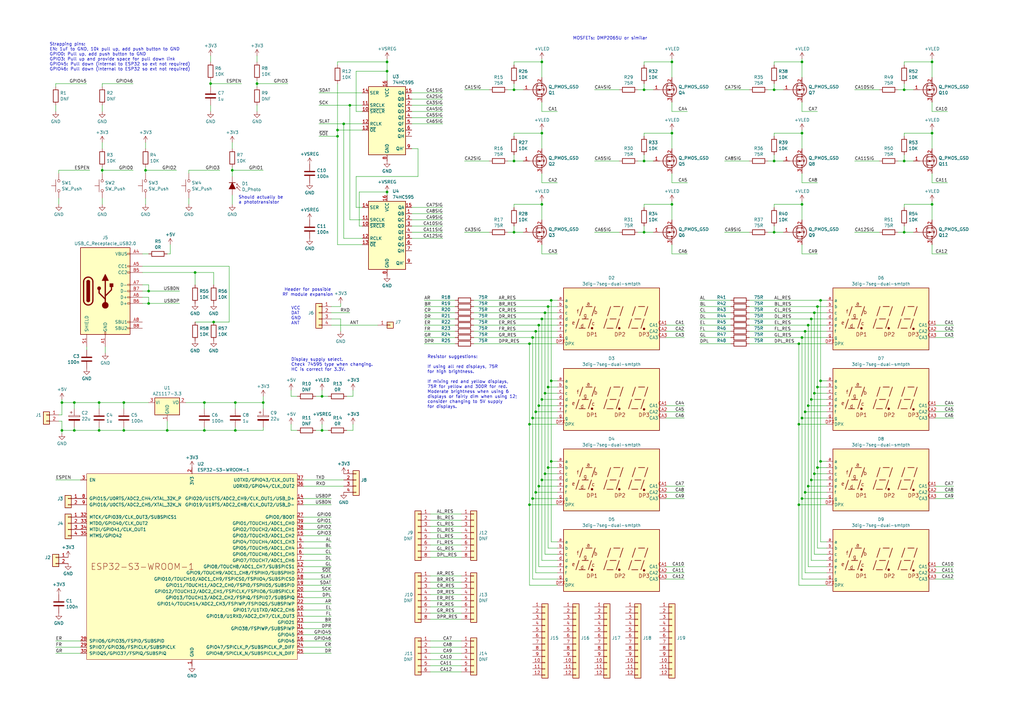
<source format=kicad_sch>
(kicad_sch (version 20231120) (generator "eeschema") (generator_version "8.0")
  (paper "A3")
  (junction (at 222.25 196.85))
  (junction (at 275.59 54.61))
  (junction (at 218.44 171.45))
  (junction (at 217.17 140.97))
  (junction (at 60.96 124.46))
  (junction (at 220.98 199.39))
  (junction (at 158.75 29.21))
  (junction (at 83.82 165.1))
  (junction (at 140.97 50.8))
  (junction (at 50.8 165.1))
  (junction (at 219.71 168.91))
  (junction (at 328.93 54.61))
  (junction (at 226.06 189.23))
  (junction (at 30.48 165.1))
  (junction (at 382.27 25.4))
  (junction (at 41.91 69.85))
  (junction (at 158.75 78.74))
  (junction (at 224.79 158.75))
  (junction (at 335.28 191.77))
  (junction (at 382.27 54.61))
  (junction (at 334.01 194.31))
  (junction (at 332.74 130.81))
  (junction (at 143.51 43.18))
  (junction (at 336.55 123.19))
  (junction (at 40.64 165.1))
  (junction (at 335.28 125.73))
  (junction (at 60.96 119.38))
  (junction (at 264.16 95.25))
  (junction (at 210.82 66.04))
  (junction (at 25.4 176.53))
  (junction (at 328.93 138.43))
  (junction (at 222.25 83.82))
  (junction (at 138.43 53.34))
  (junction (at 86.36 34.29))
  (junction (at 224.79 125.73))
  (junction (at 218.44 138.43))
  (junction (at 219.71 135.89))
  (junction (at 222.25 163.83))
  (junction (at 222.25 54.61))
  (junction (at 328.93 204.47))
  (junction (at 96.52 176.53))
  (junction (at 226.06 156.21))
  (junction (at 275.59 25.4))
  (junction (at 328.93 83.82))
  (junction (at 224.79 191.77))
  (junction (at 218.44 204.47))
  (junction (at 132.08 176.53))
  (junction (at 327.66 173.99))
  (junction (at 336.55 156.21))
  (junction (at 222.25 25.4))
  (junction (at 264.16 66.04))
  (junction (at 332.74 163.83))
  (junction (at 332.74 196.85))
  (junction (at 317.5 66.04))
  (junction (at 382.27 83.82))
  (junction (at 210.82 36.83))
  (junction (at 264.16 36.83))
  (junction (at 317.5 95.25))
  (junction (at 219.71 201.93))
  (junction (at 95.25 69.85))
  (junction (at 222.25 130.81))
  (junction (at 275.59 83.82))
  (junction (at 328.93 25.4))
  (junction (at 25.4 165.1))
  (junction (at 334.01 161.29))
  (junction (at 331.47 199.39))
  (junction (at 132.08 162.56))
  (junction (at 370.84 66.04))
  (junction (at 328.93 171.45))
  (junction (at 327.66 140.97))
  (junction (at 80.01 111.76))
  (junction (at 327.66 207.01))
  (junction (at 330.2 135.89))
  (junction (at 210.82 95.25))
  (junction (at 96.52 165.1))
  (junction (at 107.95 165.1))
  (junction (at 317.5 36.83))
  (junction (at 223.52 128.27))
  (junction (at 335.28 158.75))
  (junction (at 158.75 25.4))
  (junction (at 87.63 132.08))
  (junction (at 59.69 69.85))
  (junction (at 83.82 176.53))
  (junction (at 331.47 133.35))
  (junction (at 220.98 133.35))
  (junction (at 330.2 168.91))
  (junction (at 223.52 194.31))
  (junction (at 370.84 95.25))
  (junction (at 370.84 36.83))
  (junction (at 217.17 207.01))
  (junction (at 105.41 34.29))
  (junction (at 50.8 176.53))
  (junction (at 330.2 201.93))
  (junction (at 217.17 173.99))
  (junction (at 68.58 176.53))
  (junction (at 30.48 176.53))
  (junction (at 334.01 128.27))
  (junction (at 336.55 189.23))
  (junction (at 220.98 166.37))
  (junction (at 331.47 166.37))
  (junction (at 226.06 123.19))
  (junction (at 223.52 161.29))
  (junction (at 138.43 55.88))
  (junction (at 40.64 176.53))
  (wire (pts (xy 40.64 176.53) (xy 50.8 176.53)))
  (wire (pts (xy 328.93 45.72) (xy 328.93 41.91)))
  (wire (pts (xy 41.91 68.58) (xy 41.91 69.85)))
  (wire (pts (xy 328.93 204.47) (xy 328.93 237.49)))
  (wire (pts (xy 41.91 83.82) (xy 41.91 81.28)))
  (wire (pts (xy 228.6 194.31) (xy 223.52 194.31)))
  (wire (pts (xy 77.47 69.85) (xy 77.47 71.12)))
  (wire (pts (xy 314.96 95.25) (xy 317.5 95.25)))
  (wire (pts (xy 382.27 74.93) (xy 382.27 71.12)))
  (wire (pts (xy 317.5 92.71) (xy 317.5 95.25)))
  (wire (pts (xy 335.28 125.73) (xy 339.09 125.73)))
  (wire (pts (xy 335.28 158.75) (xy 335.28 125.73)))
  (wire (pts (xy 76.2 165.1) (xy 83.82 165.1)))
  (wire (pts (xy 135.89 214.63) (xy 124.46 214.63)))
  (wire (pts (xy 90.17 69.85) (xy 77.47 69.85)))
  (wire (pts (xy 307.34 140.97) (xy 327.66 140.97)))
  (wire (pts (xy 194.31 128.27) (xy 223.52 128.27)))
  (wire (pts (xy 168.91 60.96) (xy 171.45 60.96)))
  (wire (pts (xy 73.66 124.46) (xy 60.96 124.46)))
  (wire (pts (xy 391.16 234.95) (xy 383.54 234.95)))
  (wire (pts (xy 328.93 54.61) (xy 328.93 60.96)))
  (wire (pts (xy 218.44 138.43) (xy 228.6 138.43)))
  (wire (pts (xy 317.5 85.09) (xy 317.5 83.82)))
  (wire (pts (xy 222.25 229.87) (xy 222.25 196.85)))
  (wire (pts (xy 332.74 196.85) (xy 339.09 196.85)))
  (wire (pts (xy 181.61 92.71) (xy 168.91 92.71)))
  (wire (pts (xy 158.75 25.4) (xy 158.75 29.21)))
  (wire (pts (xy 176.53 248.92) (xy 189.23 248.92)))
  (wire (pts (xy 140.97 97.79) (xy 140.97 50.8)))
  (wire (pts (xy 275.59 83.82) (xy 275.59 90.17)))
  (wire (pts (xy 287.02 130.81) (xy 299.72 130.81)))
  (wire (pts (xy 80.01 132.08) (xy 87.63 132.08)))
  (wire (pts (xy 176.53 246.38) (xy 189.23 246.38)))
  (wire (pts (xy 280.67 204.47) (xy 273.05 204.47)))
  (wire (pts (xy 176.53 267.97) (xy 189.23 267.97)))
  (wire (pts (xy 226.06 156.21) (xy 226.06 189.23)))
  (wire (pts (xy 224.79 158.75) (xy 224.79 191.77)))
  (wire (pts (xy 370.84 25.4) (xy 382.27 25.4)))
  (wire (pts (xy 24.13 69.85) (xy 24.13 71.12)))
  (wire (pts (xy 297.18 95.25) (xy 307.34 95.25)))
  (wire (pts (xy 210.82 55.88) (xy 210.82 54.61)))
  (wire (pts (xy 181.61 45.72) (xy 168.91 45.72)))
  (wire (pts (xy 22.86 196.85) (xy 33.02 196.85)))
  (wire (pts (xy 261.62 66.04) (xy 264.16 66.04)))
  (wire (pts (xy 243.84 66.04) (xy 254 66.04)))
  (wire (pts (xy 228.6 74.93) (xy 222.25 74.93)))
  (wire (pts (xy 87.63 132.08) (xy 93.98 132.08)))
  (wire (pts (xy 335.28 45.72) (xy 328.93 45.72)))
  (wire (pts (xy 25.4 177.8) (xy 25.4 176.53)))
  (wire (pts (xy 328.93 204.47) (xy 328.93 171.45)))
  (wire (pts (xy 218.44 204.47) (xy 218.44 171.45)))
  (wire (pts (xy 317.5 83.82) (xy 328.93 83.82)))
  (wire (pts (xy 95.25 69.85) (xy 95.25 72.39)))
  (wire (pts (xy 138.43 25.4) (xy 158.75 25.4)))
  (wire (pts (xy 391.16 199.39) (xy 383.54 199.39)))
  (wire (pts (xy 297.18 66.04) (xy 307.34 66.04)))
  (wire (pts (xy 222.25 24.13) (xy 222.25 25.4)))
  (wire (pts (xy 219.71 234.95) (xy 219.71 201.93)))
  (wire (pts (xy 119.38 160.02) (xy 119.38 162.56)))
  (wire (pts (xy 194.31 133.35) (xy 220.98 133.35)))
  (wire (pts (xy 218.44 138.43) (xy 218.44 171.45)))
  (wire (pts (xy 135.89 250.19) (xy 124.46 250.19)))
  (wire (pts (xy 176.53 273.05) (xy 189.23 273.05)))
  (wire (pts (xy 219.71 168.91) (xy 219.71 135.89)))
  (wire (pts (xy 335.28 104.14) (xy 328.93 104.14)))
  (wire (pts (xy 107.95 165.1) (xy 107.95 167.64)))
  (wire (pts (xy 24.13 172.72) (xy 25.4 172.72)))
  (wire (pts (xy 226.06 222.25) (xy 226.06 189.23)))
  (wire (pts (xy 228.6 229.87) (xy 222.25 229.87)))
  (wire (pts (xy 228.6 104.14) (xy 222.25 104.14)))
  (wire (pts (xy 370.84 36.83) (xy 374.65 36.83)))
  (wire (pts (xy 370.84 55.88) (xy 370.84 54.61)))
  (wire (pts (xy 99.06 34.29) (xy 86.36 34.29)))
  (wire (pts (xy 222.25 45.72) (xy 222.25 41.91)))
  (wire (pts (xy 328.93 82.55) (xy 328.93 83.82)))
  (wire (pts (xy 146.05 85.09) (xy 148.59 85.09)))
  (wire (pts (xy 60.96 104.14) (xy 58.42 104.14)))
  (wire (pts (xy 339.09 199.39) (xy 331.47 199.39)))
  (wire (pts (xy 382.27 82.55) (xy 382.27 83.82)))
  (wire (pts (xy 54.61 69.85) (xy 41.91 69.85)))
  (wire (pts (xy 228.6 224.79) (xy 224.79 224.79)))
  (wire (pts (xy 228.6 234.95) (xy 219.71 234.95)))
  (wire (pts (xy 176.53 238.76) (xy 189.23 238.76)))
  (wire (pts (xy 96.52 175.26) (xy 96.52 176.53)))
  (wire (pts (xy 275.59 74.93) (xy 275.59 71.12)))
  (wire (pts (xy 223.52 194.31) (xy 223.52 227.33)))
  (wire (pts (xy 391.16 201.93) (xy 383.54 201.93)))
  (wire (pts (xy 370.84 95.25) (xy 374.65 95.25)))
  (wire (pts (xy 228.6 189.23) (xy 226.06 189.23)))
  (wire (pts (xy 314.96 66.04) (xy 317.5 66.04)))
  (wire (pts (xy 317.5 25.4) (xy 328.93 25.4)))
  (wire (pts (xy 217.17 173.99) (xy 217.17 140.97)))
  (wire (pts (xy 173.99 133.35) (xy 186.69 133.35)))
  (wire (pts (xy 307.34 128.27) (xy 334.01 128.27)))
  (wire (pts (xy 223.52 161.29) (xy 223.52 128.27)))
  (wire (pts (xy 176.53 228.6) (xy 189.23 228.6)))
  (wire (pts (xy 83.82 165.1) (xy 96.52 165.1)))
  (wire (pts (xy 143.51 43.18) (xy 143.51 90.17)))
  (wire (pts (xy 370.84 34.29) (xy 370.84 36.83)))
  (wire (pts (xy 220.98 166.37) (xy 228.6 166.37)))
  (wire (pts (xy 30.48 175.26) (xy 30.48 176.53)))
  (wire (pts (xy 275.59 54.61) (xy 275.59 60.96)))
  (wire (pts (xy 228.6 199.39) (xy 220.98 199.39)))
  (wire (pts (xy 332.74 130.81) (xy 339.09 130.81)))
  (wire (pts (xy 59.69 83.82) (xy 59.69 81.28)))
  (wire (pts (xy 370.84 54.61) (xy 382.27 54.61)))
  (wire (pts (xy 327.66 240.03) (xy 327.66 207.01)))
  (wire (pts (xy 30.48 176.53) (xy 40.64 176.53)))
  (wire (pts (xy 60.96 165.1) (xy 50.8 165.1)))
  (wire (pts (xy 190.5 66.04) (xy 200.66 66.04)))
  (wire (pts (xy 146.05 72.39) (xy 146.05 85.09)))
  (wire (pts (xy 181.61 50.8) (xy 168.91 50.8)))
  (wire (pts (xy 194.31 138.43) (xy 218.44 138.43)))
  (wire (pts (xy 40.64 165.1) (xy 30.48 165.1)))
  (wire (pts (xy 190.5 95.25) (xy 200.66 95.25)))
  (wire (pts (xy 264.16 63.5) (xy 264.16 66.04)))
  (wire (pts (xy 173.99 130.81) (xy 186.69 130.81)))
  (wire (pts (xy 96.52 165.1) (xy 107.95 165.1)))
  (wire (pts (xy 176.53 223.52) (xy 189.23 223.52)))
  (wire (pts (xy 339.09 224.79) (xy 335.28 224.79)))
  (wire (pts (xy 317.5 54.61) (xy 328.93 54.61)))
  (wire (pts (xy 281.94 45.72) (xy 275.59 45.72)))
  (wire (pts (xy 391.16 232.41) (xy 383.54 232.41)))
  (wire (pts (xy 217.17 207.01) (xy 228.6 207.01)))
  (wire (pts (xy 287.02 138.43) (xy 299.72 138.43)))
  (wire (pts (xy 339.09 229.87) (xy 332.74 229.87)))
  (wire (pts (xy 339.09 194.31) (xy 334.01 194.31)))
  (wire (pts (xy 210.82 54.61) (xy 222.25 54.61)))
  (wire (pts (xy 226.06 123.19) (xy 228.6 123.19)))
  (wire (pts (xy 228.6 173.99) (xy 217.17 173.99)))
  (wire (pts (xy 158.75 24.13) (xy 158.75 25.4)))
  (wire (pts (xy 135.89 265.43) (xy 124.46 265.43)))
  (wire (pts (xy 118.11 34.29) (xy 105.41 34.29)))
  (wire (pts (xy 280.67 133.35) (xy 273.05 133.35)))
  (wire (pts (xy 105.41 34.29) (xy 105.41 35.56)))
  (wire (pts (xy 382.27 45.72) (xy 382.27 41.91)))
  (wire (pts (xy 264.16 55.88) (xy 264.16 54.61)))
  (wire (pts (xy 331.47 199.39) (xy 331.47 232.41)))
  (wire (pts (xy 173.99 123.19) (xy 186.69 123.19)))
  (wire (pts (xy 60.96 119.38) (xy 58.42 119.38)))
  (wire (pts (xy 391.16 204.47) (xy 383.54 204.47)))
  (wire (pts (xy 228.6 161.29) (xy 223.52 161.29)))
  (wire (pts (xy 173.99 138.43) (xy 186.69 138.43)))
  (wire (pts (xy 382.27 104.14) (xy 382.27 100.33)))
  (wire (pts (xy 181.61 43.18) (xy 168.91 43.18)))
  (wire (pts (xy 339.09 163.83) (xy 332.74 163.83)))
  (wire (pts (xy 287.02 123.19) (xy 299.72 123.19)))
  (wire (pts (xy 219.71 201.93) (xy 228.6 201.93)))
  (wire (pts (xy 176.53 213.36) (xy 189.23 213.36)))
  (wire (pts (xy 339.09 158.75) (xy 335.28 158.75)))
  (wire (pts (xy 224.79 191.77) (xy 228.6 191.77)))
  (wire (pts (xy 368.3 36.83) (xy 370.84 36.83)))
  (wire (pts (xy 222.25 25.4) (xy 222.25 31.75)))
  (wire (pts (xy 194.31 123.19) (xy 226.06 123.19)))
  (wire (pts (xy 50.8 175.26) (xy 50.8 176.53)))
  (wire (pts (xy 132.08 162.56) (xy 134.62 162.56)))
  (wire (pts (xy 119.38 173.99) (xy 119.38 176.53)))
  (wire (pts (xy 173.99 128.27) (xy 186.69 128.27)))
  (wire (pts (xy 59.69 68.58) (xy 59.69 69.85)))
  (wire (pts (xy 138.43 55.88) (xy 138.43 100.33)))
  (wire (pts (xy 281.94 104.14) (xy 275.59 104.14)))
  (wire (pts (xy 139.7 124.46) (xy 139.7 125.73)))
  (wire (pts (xy 135.89 234.95) (xy 124.46 234.95)))
  (wire (pts (xy 222.25 83.82) (xy 222.25 90.17)))
  (wire (pts (xy 142.24 176.53) (xy 144.78 176.53)))
  (wire (pts (xy 210.82 34.29) (xy 210.82 36.83)))
  (wire (pts (xy 287.02 133.35) (xy 299.72 133.35)))
  (wire (pts (xy 135.89 237.49) (xy 124.46 237.49)))
  (wire (pts (xy 328.93 138.43) (xy 339.09 138.43)))
  (wire (pts (xy 382.27 24.13) (xy 382.27 25.4)))
  (wire (pts (xy 327.66 207.01) (xy 339.09 207.01)))
  (wire (pts (xy 135.89 267.97) (xy 124.46 267.97)))
  (wire (pts (xy 280.67 168.91) (xy 273.05 168.91)))
  (wire (pts (xy 130.81 55.88) (xy 138.43 55.88)))
  (wire (pts (xy 334.01 128.27) (xy 339.09 128.27)))
  (wire (pts (xy 132.08 173.99) (xy 132.08 176.53)))
  (wire (pts (xy 317.5 63.5) (xy 317.5 66.04)))
  (wire (pts (xy 339.09 222.25) (xy 336.55 222.25)))
  (wire (pts (xy 339.09 204.47) (xy 328.93 204.47)))
  (wire (pts (xy 224.79 224.79) (xy 224.79 191.77)))
  (wire (pts (xy 50.8 176.53) (xy 68.58 176.53)))
  (wire (pts (xy 173.99 125.73) (xy 186.69 125.73)))
  (wire (pts (xy 331.47 133.35) (xy 339.09 133.35)))
  (wire (pts (xy 350.52 36.83) (xy 360.68 36.83)))
  (wire (pts (xy 72.39 69.85) (xy 59.69 69.85)))
  (wire (pts (xy 314.96 36.83) (xy 317.5 36.83)))
  (wire (pts (xy 135.89 242.57) (xy 124.46 242.57)))
  (wire (pts (xy 158.75 29.21) (xy 158.75 33.02)))
  (wire (pts (xy 330.2 168.91) (xy 330.2 135.89)))
  (wire (pts (xy 370.84 26.67) (xy 370.84 25.4)))
  (wire (pts (xy 332.74 229.87) (xy 332.74 196.85)))
  (wire (pts (xy 328.93 74.93) (xy 328.93 71.12)))
  (wire (pts (xy 391.16 171.45) (xy 383.54 171.45)))
  (wire (pts (xy 370.84 66.04) (xy 374.65 66.04)))
  (wire (pts (xy 25.4 165.1) (xy 30.48 165.1)))
  (wire (pts (xy 330.2 234.95) (xy 330.2 201.93)))
  (wire (pts (xy 124.46 196.85) (xy 140.97 196.85)))
  (wire (pts (xy 382.27 25.4) (xy 382.27 31.75)))
  (wire (pts (xy 388.62 45.72) (xy 382.27 45.72)))
  (wire (pts (xy 275.59 45.72) (xy 275.59 41.91)))
  (wire (pts (xy 331.47 232.41) (xy 339.09 232.41)))
  (wire (pts (xy 350.52 95.25) (xy 360.68 95.25)))
  (wire (pts (xy 243.84 95.25) (xy 254 95.25)))
  (wire (pts (xy 228.6 163.83) (xy 222.25 163.83)))
  (wire (pts (xy 331.47 199.39) (xy 331.47 166.37)))
  (wire (pts (xy 228.6 156.21) (xy 226.06 156.21)))
  (wire (pts (xy 86.36 33.02) (xy 86.36 34.29)))
  (wire (pts (xy 370.84 83.82) (xy 382.27 83.82)))
  (wire (pts (xy 220.98 199.39) (xy 220.98 232.41)))
  (wire (pts (xy 388.62 104.14) (xy 382.27 104.14)))
  (wire (pts (xy 280.67 234.95) (xy 273.05 234.95)))
  (wire (pts (xy 41.91 43.18) (xy 41.91 45.72)))
  (wire (pts (xy 80.01 111.76) (xy 87.63 111.76)))
  (wire (pts (xy 119.38 162.56) (xy 121.92 162.56)))
  (wire (pts (xy 124.46 199.39) (xy 140.97 199.39)))
  (wire (pts (xy 330.2 135.89) (xy 339.09 135.89)))
  (wire (pts (xy 144.78 173.99) (xy 144.78 176.53)))
  (wire (pts (xy 222.25 163.83) (xy 222.25 196.85)))
  (wire (pts (xy 95.25 80.01) (xy 95.25 83.82)))
  (wire (pts (xy 280.67 237.49) (xy 273.05 237.49)))
  (wire (pts (xy 83.82 175.26) (xy 83.82 176.53)))
  (wire (pts (xy 181.61 97.79) (xy 168.91 97.79)))
  (wire (pts (xy 119.38 176.53) (xy 121.92 176.53)))
  (wire (pts (xy 68.58 104.14) (xy 69.85 104.14)))
  (wire (pts (xy 287.02 135.89) (xy 299.72 135.89)))
  (wire (pts (xy 130.81 50.8) (xy 140.97 50.8)))
  (wire (pts (xy 281.94 74.93) (xy 275.59 74.93)))
  (wire (pts (xy 219.71 135.89) (xy 228.6 135.89)))
  (wire (pts (xy 228.6 45.72) (xy 222.25 45.72)))
  (wire (pts (xy 58.42 121.92) (xy 60.96 121.92)))
  (wire (pts (xy 287.02 140.97) (xy 299.72 140.97)))
  (wire (pts (xy 328.93 83.82) (xy 328.93 90.17)))
  (wire (pts (xy 30.48 165.1) (xy 30.48 167.64)))
  (wire (pts (xy 22.86 265.43) (xy 33.02 265.43)))
  (wire (pts (xy 181.61 38.1) (xy 168.91 38.1)))
  (wire (pts (xy 217.17 173.99) (xy 217.17 207.01)))
  (wire (pts (xy 181.61 87.63) (xy 168.91 87.63)))
  (wire (pts (xy 331.47 133.35) (xy 331.47 166.37)))
  (wire (pts (xy 208.28 36.83) (xy 210.82 36.83)))
  (wire (pts (xy 328.93 171.45) (xy 339.09 171.45)))
  (wire (pts (xy 228.6 240.03) (xy 217.17 240.03)))
  (wire (pts (xy 335.28 74.93) (xy 328.93 74.93)))
  (wire (pts (xy 146.05 45.72) (xy 146.05 29.21)))
  (wire (pts (xy 210.82 26.67) (xy 210.82 25.4)))
  (wire (pts (xy 391.16 237.49) (xy 383.54 237.49)))
  (wire (pts (xy 135.89 130.81) (xy 139.7 130.81)))
  (wire (pts (xy 264.16 26.67) (xy 264.16 25.4)))
  (wire (pts (xy 228.6 204.47) (xy 218.44 204.47)))
  (wire (pts (xy 382.27 53.34) (xy 382.27 54.61)))
  (wire (pts (xy 22.86 267.97) (xy 33.02 267.97)))
  (wire (pts (xy 327.66 140.97) (xy 339.09 140.97)))
  (wire (pts (xy 135.89 204.47) (xy 124.46 204.47)))
  (wire (pts (xy 391.16 135.89) (xy 383.54 135.89)))
  (wire (pts (xy 148.59 97.79) (xy 140.97 97.79)))
  (wire (pts (xy 264.16 85.09) (xy 264.16 83.82)))
  (wire (pts (xy 217.17 240.03) (xy 217.17 207.01)))
  (wire (pts (xy 264.16 54.61) (xy 275.59 54.61)))
  (wire (pts (xy 280.67 232.41) (xy 273.05 232.41)))
  (wire (pts (xy 50.8 165.1) (xy 40.64 165.1)))
  (wire (pts (xy 218.44 204.47) (xy 218.44 237.49)))
  (wire (pts (xy 307.34 125.73) (xy 335.28 125.73)))
  (wire (pts (xy 181.61 90.17) (xy 168.91 90.17)))
  (wire (pts (xy 327.66 173.99) (xy 327.66 207.01)))
  (wire (pts (xy 317.5 55.88) (xy 317.5 54.61)))
  (wire (pts (xy 148.59 45.72) (xy 146.05 45.72)))
  (wire (pts (xy 181.61 95.25) (xy 168.91 95.25)))
  (wire (pts (xy 297.18 36.83) (xy 307.34 36.83)))
  (wire (pts (xy 334.01 194.31) (xy 334.01 161.29)))
  (wire (pts (xy 22.86 43.18) (xy 22.86 45.72)))
  (wire (pts (xy 135.89 133.35) (xy 154.94 133.35)))
  (wire (pts (xy 220.98 133.35) (xy 228.6 133.35)))
  (wire (pts (xy 146.05 29.21) (xy 158.75 29.21)))
  (wire (pts (xy 217.17 140.97) (xy 228.6 140.97)))
  (wire (pts (xy 280.67 199.39) (xy 273.05 199.39)))
  (wire (pts (xy 228.6 158.75) (xy 224.79 158.75)))
  (wire (pts (xy 328.93 104.14) (xy 328.93 100.33)))
  (wire (pts (xy 107.95 69.85) (xy 95.25 69.85)))
  (wire (pts (xy 330.2 168.91) (xy 330.2 201.93)))
  (wire (pts (xy 261.62 36.83) (xy 264.16 36.83)))
  (wire (pts (xy 391.16 133.35) (xy 383.54 133.35)))
  (wire (pts (xy 210.82 85.09) (xy 210.82 83.82)))
  (wire (pts (xy 135.89 222.25) (xy 124.46 222.25)))
  (wire (pts (xy 25.4 172.72) (xy 25.4 176.53)))
  (wire (pts (xy 140.97 50.8) (xy 148.59 50.8)))
  (wire (pts (xy 135.89 247.65) (xy 124.46 247.65)))
  (wire (pts (xy 264.16 25.4) (xy 275.59 25.4)))
  (wire (pts (xy 139.7 130.81) (xy 139.7 135.89)))
  (wire (pts (xy 280.67 135.89) (xy 273.05 135.89)))
  (wire (pts (xy 280.67 171.45) (xy 273.05 171.45)))
  (wire (pts (xy 275.59 104.14) (xy 275.59 100.33)))
  (wire (pts (xy 69.85 100.33) (xy 69.85 104.14)))
  (wire (pts (xy 138.43 26.67) (xy 138.43 25.4)))
  (wire (pts (xy 350.52 66.04) (xy 360.68 66.04)))
  (wire (pts (xy 96.52 165.1) (xy 96.52 167.64)))
  (wire (pts (xy 264.16 95.25) (xy 267.97 95.25)))
  (wire (pts (xy 60.96 116.84) (xy 60.96 119.38)))
  (wire (pts (xy 176.53 275.59) (xy 189.23 275.59)))
  (wire (pts (xy 339.09 156.21) (xy 336.55 156.21)))
  (wire (pts (xy 176.53 262.89) (xy 189.23 262.89)))
  (wire (pts (xy 208.28 95.25) (xy 210.82 95.25)))
  (wire (pts (xy 80.01 111.76) (xy 80.01 116.84)))
  (wire (pts (xy 328.93 237.49) (xy 339.09 237.49)))
  (wire (pts (xy 328.93 24.13) (xy 328.93 25.4)))
  (wire (pts (xy 86.36 22.86) (xy 86.36 25.4)))
  (wire (pts (xy 176.53 254) (xy 189.23 254)))
  (wire (pts (xy 129.54 162.56) (xy 132.08 162.56)))
  (wire (pts (xy 332.74 163.83) (xy 332.74 196.85)))
  (wire (pts (xy 264.16 34.29) (xy 264.16 36.83)))
  (wire (pts (xy 210.82 25.4) (xy 222.25 25.4)))
  (wire (pts (xy 135.89 260.35) (xy 124.46 260.35)))
  (wire (pts (xy 331.47 166.37) (xy 339.09 166.37)))
  (wire (pts (xy 335.28 191.77) (xy 339.09 191.77)))
  (wire (pts (xy 219.71 168.91) (xy 219.71 201.93)))
  (wire (pts (xy 148.59 53.34) (xy 138.43 53.34)))
  (wire (pts (xy 194.31 140.97) (xy 217.17 140.97)))
  (wire (pts (xy 210.82 63.5) (xy 210.82 66.04)))
  (wire (pts (xy 132.08 160.02) (xy 132.08 162.56)))
  (wire (pts (xy 218.44 171.45) (xy 228.6 171.45)))
  (wire (pts (xy 220.98 232.41) (xy 228.6 232.41)))
  (wire (pts (xy 158.75 78.74) (xy 158.75 80.01)))
  (wire (pts (xy 130.81 43.18) (xy 143.51 43.18)))
  (wire (pts (xy 335.28 158.75) (xy 335.28 191.77)))
  (wire (pts (xy 176.53 220.98) (xy 189.23 220.98)))
  (wire (pts (xy 222.25 74.93) (xy 222.25 71.12)))
  (wire (pts (xy 77.47 83.82) (xy 77.47 81.28)))
  (wire (pts (xy 336.55 123.19) (xy 339.09 123.19)))
  (wire (pts (xy 220.98 199.39) (xy 220.98 166.37)))
  (wire (pts (xy 147.32 92.71) (xy 147.32 78.74)))
  (wire (pts (xy 264.16 92.71) (xy 264.16 95.25)))
  (wire (pts (xy 176.53 236.22) (xy 189.23 236.22)))
  (wire (pts (xy 148.59 43.18) (xy 143.51 43.18)))
  (wire (pts (xy 307.34 138.43) (xy 328.93 138.43)))
  (wire (pts (xy 83.82 176.53) (xy 96.52 176.53)))
  (wire (pts (xy 335.28 224.79) (xy 335.28 191.77)))
  (wire (pts (xy 142.24 162.56) (xy 144.78 162.56)))
  (wire (pts (xy 388.62 74.93) (xy 382.27 74.93)))
  (wire (pts (xy 138.43 100.33) (xy 148.59 100.33)))
  (wire (pts (xy 317.5 95.25) (xy 321.31 95.25)))
  (wire (pts (xy 171.45 60.96) (xy 171.45 72.39)))
  (wire (pts (xy 25.4 165.1) (xy 25.4 163.83)))
  (wire (pts (xy 135.89 217.17) (xy 124.46 217.17)))
  (wire (pts (xy 87.63 111.76) (xy 87.63 116.84)))
  (wire (pts (xy 330.2 201.93) (xy 339.09 201.93)))
  (wire (pts (xy 307.34 130.81) (xy 332.74 130.81)))
  (wire (pts (xy 334.01 194.31) (xy 334.01 227.33)))
  (wire (pts (xy 86.36 34.29) (xy 86.36 35.56)))
  (wire (pts (xy 22.86 34.29) (xy 22.86 35.56)))
  (wire (pts (xy 210.82 66.04) (xy 214.63 66.04)))
  (wire (pts (xy 391.16 168.91) (xy 383.54 168.91)))
  (wire (pts (xy 59.69 58.42) (xy 59.69 60.96)))
  (wire (pts (xy 334.01 161.29) (xy 334.01 128.27)))
  (wire (pts (xy 135.89 240.03) (xy 124.46 240.03)))
  (wire (pts (xy 280.67 138.43) (xy 273.05 138.43)))
  (wire (pts (xy 93.98 132.08) (xy 93.98 109.22)))
  (wire (pts (xy 222.25 82.55) (xy 222.25 83.82)))
  (wire (pts (xy 35.56 34.29) (xy 22.86 34.29)))
  (wire (pts (xy 210.82 36.83) (xy 214.63 36.83)))
  (wire (pts (xy 36.83 69.85) (xy 24.13 69.85)))
  (wire (pts (xy 382.27 54.61) (xy 382.27 60.96)))
  (wire (pts (xy 370.84 85.09) (xy 370.84 83.82)))
  (wire (pts (xy 68.58 176.53) (xy 83.82 176.53)))
  (wire (pts (xy 280.67 166.37) (xy 273.05 166.37)))
  (wire (pts (xy 391.16 166.37) (xy 383.54 166.37)))
  (wire (pts (xy 275.59 25.4) (xy 275.59 31.75)))
  (wire (pts (xy 176.53 270.51) (xy 189.23 270.51)))
  (wire (pts (xy 176.53 251.46) (xy 189.23 251.46)))
  (wire (pts (xy 129.54 176.53) (xy 132.08 176.53)))
  (wire (pts (xy 135.89 255.27) (xy 124.46 255.27)))
  (wire (pts (xy 24.13 170.18) (xy 25.4 170.18)))
  (wire (pts (xy 307.34 133.35) (xy 331.47 133.35)))
  (wire (pts (xy 336.55 156.21) (xy 336.55 189.23)))
  (wire (pts (xy 222.25 104.14) (xy 222.25 100.33)))
  (wire (pts (xy 25.4 176.53) (xy 30.48 176.53)))
  (wire (pts (xy 334.01 227.33) (xy 339.09 227.33)))
  (wire (pts (xy 176.53 226.06) (xy 189.23 226.06)))
  (wire (pts (xy 339.09 161.29) (xy 334.01 161.29)))
  (wire (pts (xy 148.59 92.71) (xy 147.32 92.71)))
  (wire (pts (xy 210.82 92.71) (xy 210.82 95.25)))
  (wire (pts (xy 132.08 176.53) (xy 134.62 176.53)))
  (wire (pts (xy 58.42 111.76) (xy 80.01 111.76)))
  (wire (pts (xy 41.91 34.29) (xy 41.91 35.56)))
  (wire (pts (xy 144.78 160.02) (xy 144.78 162.56)))
  (wire (pts (xy 224.79 125.73) (xy 228.6 125.73)))
  (wire (pts (xy 382.27 83.82) (xy 382.27 90.17)))
  (wire (pts (xy 224.79 158.75) (xy 224.79 125.73)))
  (wire (pts (xy 58.42 116.84) (xy 60.96 116.84)))
  (wire (pts (xy 287.02 125.73) (xy 299.72 125.73)))
  (wire (pts (xy 135.89 219.71) (xy 124.46 219.71)))
  (wire (pts (xy 83.82 165.1) (xy 83.82 167.64)))
  (wire (pts (xy 60.96 124.46) (xy 58.42 124.46)))
  (wire (pts (xy 107.95 165.1) (xy 107.95 162.56)))
  (wire (pts (xy 280.67 201.93) (xy 273.05 201.93)))
  (wire (pts (xy 336.55 222.25) (xy 336.55 189.23)))
  (wire (pts (xy 317.5 66.04) (xy 321.31 66.04)))
  (wire (pts (xy 68.58 172.72) (xy 68.58 176.53)))
  (wire (pts (xy 328.93 25.4) (xy 328.93 31.75)))
  (wire (pts (xy 96.52 176.53) (xy 107.95 176.53)))
  (wire (pts (xy 130.81 38.1) (xy 148.59 38.1)))
  (wire (pts (xy 135.89 245.11) (xy 124.46 245.11)))
  (wire (pts (xy 222.25 130.81) (xy 228.6 130.81)))
  (wire (pts (xy 226.06 123.19) (xy 226.06 156.21)))
  (wire (pts (xy 194.31 125.73) (xy 224.79 125.73)))
  (wire (pts (xy 35.56 142.24) (xy 35.56 143.51)))
  (wire (pts (xy 327.66 173.99) (xy 327.66 140.97)))
  (wire (pts (xy 135.89 212.09) (xy 124.46 212.09)))
  (wire (pts (xy 176.53 218.44) (xy 189.23 218.44)))
  (wire (pts (xy 173.99 135.89) (xy 186.69 135.89)))
  (wire (pts (xy 336.55 123.19) (xy 336.55 156.21)))
  (wire (pts (xy 171.45 72.39) (xy 146.05 72.39)))
  (wire (pts (xy 370.84 63.5) (xy 370.84 66.04)))
  (wire (pts (xy 190.5 36.83) (xy 200.66 36.83)))
  (wire (pts (xy 339.09 173.99) (xy 327.66 173.99)))
  (wire (pts (xy 370.84 92.71) (xy 370.84 95.25)))
  (wire (pts (xy 41.91 58.42) (xy 41.91 60.96)))
  (wire (pts (xy 368.3 95.25) (xy 370.84 95.25)))
  (wire (pts (xy 210.82 95.25) (xy 214.63 95.25)))
  (wire (pts (xy 143.51 128.27) (xy 135.89 128.27)))
  (wire (pts (xy 95.25 58.42) (xy 95.25 60.96)))
  (wire (pts (xy 135.89 227.33) (xy 124.46 227.33)))
  (wire (pts (xy 40.64 165.1) (xy 40.64 167.64)))
  (wire (pts (xy 40.64 175.26) (xy 40.64 176.53)))
  (wire (pts (xy 43.18 142.24) (xy 43.18 144.78)))
  (wire (pts (xy 222.25 196.85) (xy 228.6 196.85)))
  (wire (pts (xy 391.16 138.43) (xy 383.54 138.43)))
  (wire (pts (xy 222.25 54.61) (xy 222.25 60.96)))
  (wire (pts (xy 243.84 36.83) (xy 254 36.83)))
  (wire (pts (xy 107.95 175.26) (xy 107.95 176.53)))
  (wire (pts (xy 339.09 168.91) (xy 330.2 168.91)))
  (wire (pts (xy 264.16 36.83) (xy 267.97 36.83)))
  (wire (pts (xy 58.42 109.22) (xy 93.98 109.22)))
  (wire (pts (xy 307.34 135.89) (xy 330.2 135.89)))
  (wire (pts (xy 95.25 68.58) (xy 95.25 69.85)))
  (wire (pts (xy 222.25 53.34) (xy 222.25 54.61)))
  (wire (pts (xy 176.53 243.84) (xy 189.23 243.84)))
  (wire (pts (xy 194.31 135.89) (xy 219.71 135.89)))
  (wire (pts (xy 60.96 121.92) (xy 60.96 124.46)))
  (wire (pts (xy 317.5 34.29) (xy 317.5 36.83)))
  (wire (pts (xy 22.86 262.89) (xy 33.02 262.89)))
  (wire (pts (xy 181.61 85.09) (xy 168.91 85.09)))
  (wire (pts (xy 222.25 130.81) (xy 222.25 163.83)))
  (wire (pts (xy 220.98 133.35) (xy 220.98 166.37)))
  (wire (pts (xy 218.44 237.49) (xy 228.6 237.49)))
  (wire (pts (xy 59.69 69.85) (xy 59.69 71.12)))
  (wire (pts (xy 135.89 224.79) (xy 124.46 224.79)))
  (wire (pts (xy 317.5 36.83) (xy 321.31 36.83)))
  (wire (pts (xy 287.02 128.27) (xy 299.72 128.27)))
  (wire (pts (xy 105.41 43.18) (xy 105.41 45.72)))
  (wire (pts (xy 138.43 34.29) (xy 138.43 53.34)))
  (wire (pts (xy 275.59 24.13) (xy 275.59 25.4)))
  (wire (pts (xy 135.89 229.87) (xy 124.46 229.87)))
  (wire (pts (xy 332.74 130.81) (xy 332.74 163.83)))
  (wire (pts (xy 135.89 207.01) (xy 124.46 207.01)))
  (wire (pts (xy 223.52 194.31) (xy 223.52 161.29)))
  (wire (pts (xy 176.53 241.3) (xy 189.23 241.3)))
  (wire (pts (xy 339.09 234.95) (xy 330.2 234.95)))
  (wire (pts (xy 264.16 83.82) (xy 275.59 83.82)))
  (wire (pts (xy 181.61 48.26) (xy 168.91 48.26)))
  (wire (pts (xy 135.89 262.89) (xy 124.46 262.89)))
  (wire (pts (xy 135.89 252.73) (xy 124.46 252.73)))
  (wire (pts (xy 328.93 138.43) (xy 328.93 171.45)))
  (wire (pts (xy 176.53 210.82) (xy 189.23 210.82)))
  (wire (pts (xy 261.62 95.25) (xy 264.16 95.25)))
  (wire (pts (xy 223.52 128.27) (xy 228.6 128.27)))
  (wire (pts (xy 176.53 215.9) (xy 189.23 215.9)))
  (wire (pts (xy 275.59 82.55) (xy 275.59 83.82)))
  (wire (pts (xy 210.82 83.82) (xy 222.25 83.82)))
  (wire (pts (xy 339.09 240.03) (xy 327.66 240.03)))
  (wire (pts (xy 105.41 33.02) (xy 105.41 34.29)))
  (wire (pts (xy 176.53 265.43) (xy 189.23 265.43)))
  (wire (pts (xy 228.6 168.91) (xy 219.71 168.91)))
  (wire (pts (xy 307.34 123.19) (xy 336.55 123.19)))
  (wire (pts (xy 181.61 40.64) (xy 168.91 40.64)))
  (wire (pts (xy 143.51 90.17) (xy 148.59 90.17)))
  (wire (pts (xy 135.89 125.73) (xy 139.7 125.73)))
  (wire (pts (xy 50.8 165.1) (xy 50.8 167.64)))
  (wire (pts (xy 24.13 83.82) (xy 24.13 81.28)))
  (wire (pts (xy 223.52 227.33) (xy 228.6 227.33)))
  (wire (pts (xy 25.4 165.1) (xy 25.4 170.18)))
  (wire (pts (xy 194.31 130.81) (xy 222.25 130.81)))
  (wire (pts (xy 54.61 34.29) (xy 41.91 34.29)))
  (wire (pts (xy 208.28 66.04) (xy 210.82 66.04)))
  (wire (pts (xy 135.89 257.81) (xy 124.46 257.81)))
  (wire (pts (xy 339.09 189.23) (xy 336.55 189.23)))
  (wire (pts (xy 147.32 78.74) (xy 158.75 78.74)))
  (wire (pts (xy 228.6 222.25) (xy 226.06 222.25)))
  (wire (pts (xy 368.3 66.04) (xy 370.84 66.04)))
  (wire (pts (xy 275.59 53.34) (xy 275.59 54.61)))
  (wire (pts (xy 135.89 232.41) (xy 124.46 232.41)))
  (wire (pts (xy 328.93 53.34) (xy 328.93 54.61)))
  (wire (pts (xy 86.36 43.18) (xy 86.36 45.72)))
  (wire (pts (xy 73.66 119.38) (xy 60.96 119.38)))
  (wire (pts (xy 264.16 66.04) (xy 267.97 66.04)))
  (wire (pts (xy 173.99 140.97) (xy 186.69 140.97)))
  (wire (pts (xy 41.91 69.85) (xy 41.91 71.12)))
  (wire (pts (xy 317.5 26.67) (xy 317.5 25.4)))
  (wire (pts (xy 105.41 22.86) (xy 105.41 25.4)))
  (wire (pts (xy 138.43 53.34) (xy 138.43 55.88)))
  (text "VCC\nDAT\nGND\nANT" (at 119.38 133.35 0) (effects (font (size 1.27 1.27)) (justify left bottom)))
  (text "MOSFETs: DMP2065U or similar" (at 234.95 16.51 0) (effects (font (size 1.27 1.27)) (justify left bottom)))
  (text "Resistor suggestions:\n\nIf using all red displays, 75R\nfor high brightness.\n\nIf mixing red and yellow displays,\n75R for yellow and 300R for red.\nModerate brightness when using 6\ndisplays or fairly dim when using 12;\nconsider changing to 5V supply\nfor displays." (at 175.26 167.64 0) (effects (font (size 1.27 1.27)) (justify left bottom)))
  (text "Header for possible\nRF module expansion" (at 126.238 119.888 0) (effects (font (size 1.27 1.27))))
  (text "Should actually be\na phototransistor" (at 97.79 83.82 0) (effects (font (size 1.27 1.27)) (justify left bottom)))
  (text "Strapping pins:\nEN: 1uF to GND, 10k pull up, add push button to GND\nGPIO0: Pull up, add push button to GND\nGPIO3: Pull up and provide space for pull down link\nGPIO45: Pull down (internal to ESP32 so ext not required)\nGPIO46: Pull down (internal to ESP32 so ext not required)" (at 20.32 29.21 0) (effects (font (size 1.27 1.27)) (justify left bottom)))
  (text "Display supply select.\nCheck 74595 type when changing.\nHC is correct for 3.3V." (at 119.38 152.4 0) (effects (font (size 1.27 1.27)) (justify left bottom)))
  (label "FL_RES" (at 317.5 135.89 0))
  (label "CA2" (at 391.16 135.89 180))
  (label "EL" (at 287.02 133.35 0))
  (label "CA5SIG" (at 181.61 48.26 180))
  (label "GPIO0" (at 135.89 212.09 180))
  (label "DR_RES" (at 204.47 130.81 0))
  (label "CA5" (at 391.16 168.91 180))
  (label "CA11" (at 388.62 74.93 180))
  (label "EL_RES" (at 317.5 133.35 0))
  (label "DL" (at 287.02 130.81 0))
  (label "SCK" (at 130.81 43.18 0))
  (label "FR_RES" (at 179.07 248.92 0))
  (label "BR" (at 173.99 125.73 0))
  (label "CA8" (at 280.67 201.93 180))
  (label "FR" (at 22.86 265.43 0))
  (label "AL_RES" (at 179.07 210.82 0))
  (label "CA11SIG" (at 350.52 66.04 0))
  (label "CA3SIG" (at 181.61 43.18 180))
  (label "CA7" (at 335.28 45.72 180))
  (label "BL_RES" (at 317.5 125.73 0))
  (label "CA7" (at 391.16 199.39 180))
  (label "CA9" (at 185.42 267.97 180))
  (label "CL_RES" (at 179.07 215.9 0))
  (label "CA1" (at 391.16 133.35 180))
  (label "CA5" (at 280.67 168.91 180))
  (label "CA2SIG" (at 190.5 66.04 0))
  (label "DR" (at 135.89 267.97 180))
  (label "DPR_RES" (at 179.07 254 0))
  (label "CA3" (at 280.67 138.43 180))
  (label "CA12" (at 388.62 104.14 180))
  (label "DPL_RES" (at 317.5 140.97 0))
  (label "DL_RES" (at 317.5 130.81 0))
  (label "DPR" (at 173.99 140.97 0))
  (label "GPIO0" (at 54.61 69.85 180))
  (label "CA1SIG" (at 190.5 36.83 0))
  (label "USBDP" (at 135.89 204.47 180))
  (label "GPIO3" (at 90.17 69.85 180))
  (label "CA2" (at 280.67 135.89 180))
  (label "FL" (at 135.89 252.73 180))
  (label "SLAT" (at 135.89 237.49 180))
  (label "BR" (at 135.89 255.27 180))
  (label "CA4" (at 280.67 166.37 180))
  (label "USBDN" (at 135.89 207.01 180))
  (label "RXD" (at 143.51 128.27 180))
  (label "CA12SIG" (at 181.61 97.79 180))
  (label "CA7SIG" (at 181.61 85.09 180))
  (label "CA9SIG" (at 181.61 90.17 180))
  (label "CA12SIG" (at 350.52 95.25 0))
  (label "GPIO2" (at 135.89 217.17 180))
  (label "GR" (at 22.86 267.97 0))
  (label "SLAT" (at 130.81 50.8 0))
  (label "CA10" (at 280.67 232.41 180))
  (label "CA12" (at 280.67 237.49 180))
  (label "CA1SIG" (at 181.61 38.1 180))
  (label "CA4" (at 391.16 166.37 180))
  (label "~{SOE}" (at 130.81 55.88 0))
  (label "GPIO2" (at 72.39 69.85 180))
  (label "CA8SIG" (at 181.61 87.63 180))
  (label "BL_RES" (at 179.07 213.36 0))
  (label "CA1" (at 228.6 45.72 180))
  (label "CA8" (at 185.42 265.43 180))
  (label "BR_RES" (at 204.47 125.73 0))
  (label "CA11" (at 280.67 234.95 180))
  (label "~{SOE}" (at 135.89 234.95 180))
  (label "FR" (at 173.99 135.89 0))
  (label "CA6SIG" (at 181.61 50.8 180))
  (label "DPR" (at 135.89 257.81 180))
  (label "ESPEN" (at 36.83 69.85 180))
  (label "CA5SIG" (at 243.84 66.04 0))
  (label "AL_RES" (at 317.5 123.19 0))
  (label "BR_RES" (at 179.07 238.76 0))
  (label "BL" (at 135.89 224.79 180))
  (label "DPR_RES" (at 204.47 140.97 0))
  (label "CR_RES" (at 179.07 241.3 0))
  (label "DPL_RES" (at 179.07 228.6 0))
  (label "GPIO3" (at 118.11 34.29 180))
  (label "CA2SIG" (at 181.61 40.64 180))
  (label "DL" (at 135.89 229.87 180))
  (label "TXD" (at 129.54 196.85 0))
  (label "CA10" (at 388.62 45.72 180))
  (label "CA7" (at 185.42 262.89 180))
  (label "GR_RES" (at 179.07 251.46 0))
  (label "FL" (at 287.02 135.89 0))
  (label "USBDP" (at 73.66 124.46 180))
  (label "ER" (at 173.99 133.35 0))
  (label "DPL" (at 287.02 140.97 0))
  (label "GPIO45" (at 135.89 260.35 180))
  (label "SDAT" (at 130.81 38.1 0))
  (label "ER_RES" (at 204.47 133.35 0))
  (label "CA3SIG" (at 190.5 95.25 0))
  (label "GPIO3" (at 135.89 219.71 180))
  (label "AR" (at 173.99 123.19 0))
  (label "CA3" (at 228.6 104.14 180))
  (label "CR_RES" (at 204.47 128.27 0))
  (label "CR" (at 173.99 128.27 0))
  (label "EL_RES" (at 179.07 220.98 0))
  (label "CA9" (at 391.16 204.47 180))
  (label "GPIO1" (at 107.95 69.85 180))
  (label "CA4SIG" (at 243.84 36.83 0))
  (label "DR_RES" (at 179.07 243.84 0))
  (label "EL" (at 135.89 250.19 180))
  (label "ER_RES" (at 179.07 246.38 0))
  (label "GR" (at 173.99 138.43 0))
  (label "AL" (at 287.02 123.19 0))
  (label "GPIO46" (at 135.89 262.89 180))
  (label "CA12" (at 391.16 237.49 180))
  (label "RXD" (at 129.54 199.39 0))
  (label "GL_RES" (at 317.5 138.43 0))
  (label "AR_RES" (at 179.07 236.22 0))
  (label "DR" (at 173.99 130.81 0))
  (label "CA10SIG" (at 181.61 92.71 180))
  (label "CA7" (at 280.67 199.39 180))
  (label "CA8" (at 335.28 74.93 180))
  (label "CA10" (at 185.42 270.51 180))
  (label "CA6" (at 281.94 104.14 180))
  (label "CA11" (at 185.42 273.05 180))
  (label "ESPEN" (at 99.06 34.29 180))
  (label "CA3" (at 391.16 138.43 180))
  (label "USBDN" (at 73.66 119.38 180))
  (label "CA5" (at 281.94 74.93 180))
  (label "CA10" (at 391.16 232.41 180))
  (label "ER" (at 22.86 262.89 0))
  (label "GL" (at 135.89 232.41 180))
  (label "CL" (at 135.89 227.33 180))
  (label "CA11" (at 391.16 234.95 180))
  (label "CA12" (at 185.42 275.59 180))
  (label "AL" (at 135.89 222.25 180))
  (label "CA6SIG" (at 243.84 95.25 0))
  (label "FR_RES" (at 204.47 135.89 0))
  (label "GPIO1" (at 135.89 214.63 180))
  (label "CL" (at 287.02 128.27 0))
  (label "CA4SIG" (at 181.61 45.72 180))
  (label "GPIO46" (at 54.61 34.29 180))
  (label "CA2" (at 228.6 74.93 180))
  (label "GPIO45" (at 35.56 34.29 180))
  (label "CA9" (at 335.28 104.14 180))
  (label "CA6" (at 391.16 171.45 180))
  (label "BL" (at 287.02 125.73 0))
  (label "CA1" (at 280.67 133.35 180))
  (label "ESPEN" (at 22.86 196.85 0))
  (label "GL" (at 287.02 138.43 0))
  (label "ANT" (at 143.51 133.35 0))
  (label "AR_RES" (at 204.47 123.19 0))
  (label "FL_RES" (at 179.07 223.52 0))
  (label "CA10SIG" (at 350.52 36.83 0))
  (label "SDAT" (at 135.89 240.03 180))
  (label "CA9SIG" (at 297.18 95.25 0))
  (label "DPL" (at 135.89 245.11 180))
  (label "DL_RES" (at 179.07 218.44 0))
  (label "CR" (at 135.89 265.43 180))
  (label "SCK" (at 135.89 242.57 180))
  (label "CA6" (at 280.67 171.45 180))
  (label "CA11SIG" (at 181.61 95.25 180))
  (label "CA9" (at 280.67 204.47 180))
  (label "CA7SIG" (at 297.18 36.83 0))
  (label "CL_RES" (at 317.5 128.27 0))
  (label "GL_RES" (at 179.07 226.06 0))
  (label "GR_RES" (at 204.47 138.43 0))
  (label "CA8" (at 391.16 201.93 180))
  (label "CA8SIG" (at 297.18 66.04 0))
  (label "AR" (at 135.89 247.65 180))
  (label "CA4" (at 281.94 45.72 180))
  (symbol (lib_id "Device:R") (at 364.49 66.04 90) (unit 1)
    (property "Reference" "R50" (at 364.49 60.8797 90))
    (property "Value" "75R" (at 364.49 63.3039 90))
    (property "Footprint" "Resistor_SMD:R_0603_1608Metric_Pad0.98x0.95mm_HandSolder" (effects (hide yes)))
    (property "LCSC Part #" "C328376" (effects (hide yes)))
  )
  (symbol (lib_id "esp-multi-7seg-display:3dig-7seg-dual-smtpth") (at 256.54 229.87 0) (unit 1)
    (property "Reference" "D5" (at 250.825 213.0257 0))
    (property "Value" "3dig-7seg-dual-smtpth" (at 250.825 215.4499 0))
    (property "Footprint" "esp-multi-7seg-display:3dig-7seg-dual-smtpth" (effects (hide yes)))
    (property "Datasheet" "https://datasheet.LCSC Part #.com/LCSC Part #/1810191633_SUNLIGHT-SLS0563DBA1GD_C226010.pdf" (effects (hide yes)))
    (property "LCSC Part #" "C226010" (effects (hide yes)))
  )
  (symbol (lib_id "esp-multi-7seg-display:+VLED") (at 382.27 82.55 0) (unit 1)
    (property "Reference" "#PWR056" (effects (hide yes)))
    (property "Value" "+VLED" (at 382.27 78.4169 0))
  )
  (symbol (lib_id "Device:R") (at 190.5 125.73 90) (unit 1)
    (property "Reference" "R19" (at 182.88 124.46 90))
    (property "Value" "75R" (at 198.12 124.46 90))
    (property "Footprint" "Resistor_SMD:R_0603_1608Metric_Pad0.98x0.95mm_HandSolder" (effects (hide yes)))
    (property "LCSC Part #" "C328376" (effects (hide yes)))
  )
  (symbol (lib_id "Connector_Generic:Conn_01x12") (at 236.22 261.62 0) (unit 1)
    (property "Reference" "J16" (at 238.252 261.6779 0) (effects (justify left)))
    (property "Value" "DNF" (effects (hide yes)))
    (property "Footprint" "Connector_PinHeader_2.54mm:PinHeader_1x12_P2.54mm_Vertical" (effects (hide yes)))
  )
  (symbol (lib_id "Connector_Generic:Conn_01x12") (at 223.52 261.62 0) (unit 1)
    (property "Reference" "J15" (at 225.552 261.6779 0) (effects (justify left)))
    (property "Value" "DNF" (effects (hide yes)))
    (property "Footprint" "Connector_PinHeader_2.54mm:PinHeader_1x12_P2.54mm_Vertical" (effects (hide yes)))
  )
  (symbol (lib_id "power:+5V") (at 25.4 163.83 0) (unit 1)
    (property "Reference" "#PWR05" (effects (hide yes)))
    (property "Value" "+5V" (at 25.4 159.6969 0))
  )
  (symbol (lib_id "power:+3V3") (at 86.36 22.86 0) (unit 1)
    (property "Reference" "#PWR020" (effects (hide yes)))
    (property "Value" "+3V3" (at 86.36 18.7269 0))
  )
  (symbol (lib_id "power:GND") (at 80.01 124.46 0) (unit 1)
    (property "Reference" "#PWR057" (effects (hide yes)))
    (property "Value" "GND" (at 80.01 128.5931 0))
  )
  (symbol (lib_id "Regulator_Linear:AZ1117-3.3") (at 68.58 165.1 0) (unit 1)
    (property "Reference" "U1" (at 68.58 159.0507 0))
    (property "Value" "AZ1117-3.3" (at 68.58 161.4749 0))
    (property "Footprint" "Package_TO_SOT_SMD:SOT-223-3_TabPin2" (effects (hide yes)))
    (property "Datasheet" "https://www.diodes.com/assets/Datasheets/AZ1117.pdf" (effects (hide yes)))
    (property "LCSC Part #" "C6186" (effects (hide yes)))
  )
  (symbol (lib_id "Device:R") (at 364.49 36.83 90) (unit 1)
    (property "Reference" "R49" (at 364.49 31.6697 90))
    (property "Value" "75R" (at 364.49 34.0939 90))
    (property "Footprint" "Resistor_SMD:R_0603_1608Metric_Pad0.98x0.95mm_HandSolder" (effects (hide yes)))
    (property "LCSC Part #" "C328376" (effects (hide yes)))
  )
  (symbol (lib_id "Device:R") (at 41.91 39.37 0) (unit 1)
    (property "Reference" "R2" (at 43.688 38.1579 0) (effects (justify left)))
    (property "Value" "DNF" (at 43.688 40.5821 0) (effects (justify left)))
    (property "Footprint" "Resistor_SMD:R_0603_1608Metric_Pad0.98x0.95mm_HandSolder" (effects (hide yes)))
  )
  (symbol (lib_id "power:GND") (at 87.63 124.46 0) (unit 1)
    (property "Reference" "#PWR059" (effects (hide yes)))
    (property "Value" "GND" (at 87.63 128.5931 0))
  )
  (symbol (lib_id "Device:R") (at 264.16 30.48 0) (unit 1)
    (property "Reference" "R32" (at 265.938 29.2679 0) (effects (justify left)))
    (property "Value" "10K" (at 265.938 31.6921 0) (effects (justify left)))
    (property "Footprint" "Resistor_SMD:R_0603_1608Metric_Pad0.98x0.95mm_HandSolder" (effects (hide yes)))
    (property "LCSC Part #" "C465721" (effects (hide yes)))
  )
  (symbol (lib_id "power:GND") (at 24.13 83.82 0) (unit 1)
    (property "Reference" "#PWR02" (effects (hide yes)))
    (property "Value" "GND" (at 24.13 87.9531 0))
  )
  (symbol (lib_id "Device:R") (at 303.53 133.35 90) (unit 1)
    (property "Reference" "R45" (at 295.91 132.08 90))
    (property "Value" "75R" (at 311.15 132.08 90))
    (property "Footprint" "Resistor_SMD:R_0603_1608Metric_Pad0.98x0.95mm_HandSolder" (effects (hide yes)))
    (property "LCSC Part #" "C328376" (effects (hide yes)))
  )
  (symbol (lib_id "esp-multi-7seg-display:+VLED") (at 275.59 24.13 0) (unit 1)
    (property "Reference" "#PWR048" (effects (hide yes)))
    (property "Value" "+VLED" (at 275.59 19.9969 0))
  )
  (symbol (lib_id "Connector_Generic:Conn_01x02") (at 19.05 170.18 0) (mirror y) (unit 1)
    (property "Reference" "J1" (at 17.018 170.2379 0) (effects (justify left)))
    (property "Value" "DNF" (effects (hide yes)))
    (property "Footprint" "Connector_PinHeader_2.54mm:PinHeader_1x02_P2.54mm_Vertical" (effects (hide yes)))
  )
  (symbol (lib_id "Connector_Generic:Conn_01x01") (at 160.02 133.35 0) (unit 1)
    (property "Reference" "J7" (at 162.052 132.1379 0) (effects (justify left)))
    (property "Value" "DNF" (effects (hide yes)))
    (property "Footprint" "Connector_Wire:SolderWirePad_1x01_SMD_1x2mm" (effects (hide yes)))
  )
  (symbol (lib_id "Device:R") (at 190.5 135.89 90) (unit 1)
    (property "Reference" "R23" (at 182.88 134.62 90))
    (property "Value" "75R" (at 198.12 134.62 90))
    (property "Footprint" "Resistor_SMD:R_0603_1608Metric_Pad0.98x0.95mm_HandSolder" (effects (hide yes)))
    (property "LCSC Part #" "C328376" (effects (hide yes)))
  )
  (symbol (lib_id "esp-multi-7seg-display:+VSREG") (at 132.08 173.99 0) (unit 1)
    (property "Reference" "#PWR036" (effects (hide yes)))
    (property "Value" "+VSREG" (at 132.08 169.8569 0))
  )
  (symbol (lib_id "power:GND") (at 27.94 231.14 0) (unit 1)
    (property "Reference" "#PWR08" (effects (hide yes)))
    (property "Value" "GND" (at 27.94 235.2731 0))
  )
  (symbol (lib_id "esp-multi-7seg-display:+VLED") (at 382.27 53.34 0) (unit 1)
    (property "Reference" "#PWR055" (effects (hide yes)))
    (property "Value" "+VLED" (at 382.27 49.2069 0))
  )
  (symbol (lib_id "Device:R") (at 311.15 95.25 90) (unit 1)
    (property "Reference" "R37" (at 311.15 90.0897 90))
    (property "Value" "75R" (at 311.15 92.5139 90))
    (property "Footprint" "Resistor_SMD:R_0603_1608Metric_Pad0.98x0.95mm_HandSolder" (effects (hide yes)))
    (property "LCSC Part #" "C328376" (effects (hide yes)))
  )
  (symbol (lib_id "Device:R") (at 138.43 30.48 0) (unit 1)
    (property "Reference" "R12" (at 140.208 29.2679 0) (effects (justify left)))
    (property "Value" "10K" (at 140.208 31.6921 0) (effects (justify left)))
    (property "Footprint" "Resistor_SMD:R_0603_1608Metric_Pad0.98x0.95mm_HandSolder" (effects (hide yes)))
    (property "LCSC Part #" "C465721" (effects (hide yes)))
  )
  (symbol (lib_id "Device:R") (at 190.5 138.43 90) (unit 1)
    (property "Reference" "R24" (at 182.88 137.16 90))
    (property "Value" "75R" (at 198.12 137.16 90))
    (property "Footprint" "Resistor_SMD:R_0603_1608Metric_Pad0.98x0.95mm_HandSolder" (effects (hide yes)))
    (property "LCSC Part #" "C328376" (effects (hide yes)))
  )
  (symbol (lib_id "power:+3V3") (at 78.74 191.77 0) (unit 1)
    (property "Reference" "#PWR018" (effects (hide yes)))
    (property "Value" "+3V3" (at 78.74 187.6369 0))
  )
  (symbol (lib_id "Device:R") (at 59.69 64.77 0) (unit 1)
    (property "Reference" "R4" (at 61.468 63.5579 0) (effects (justify left)))
    (property "Value" "10K" (at 61.468 65.9821 0) (effects (justify left)))
    (property "Footprint" "Resistor_SMD:R_0603_1608Metric_Pad0.98x0.95mm_HandSolder" (effects (hide yes)))
    (property "LCSC Part #" "C465721" (effects (hide yes)))
  )
  (symbol (lib_id "Device:R") (at 125.73 176.53 90) (unit 1)
    (property "Reference" "R11" (at 125.73 171.3697 90))
    (property "Value" "DNF" (at 125.73 173.7939 90))
    (property "Footprint" "Resistor_SMD:R_0603_1608Metric_Pad0.98x0.95mm_HandSolder" (effects (hide yes)))
  )
  (symbol (lib_id "Device:R") (at 303.53 125.73 90) (unit 1)
    (property "Reference" "R42" (at 295.91 124.46 90))
    (property "Value" "75R" (at 311.15 124.46 90))
    (property "Footprint" "Resistor_SMD:R_0603_1608Metric_Pad0.98x0.95mm_HandSolder" (effects (hide yes)))
    (property "LCSC Part #" "C328376" (effects (hide yes)))
  )
  (symbol (lib_id "power:GND") (at 158.75 113.03 0) (unit 1)
    (property "Reference" "#PWR044" (effects (hide yes)))
    (property "Value" "GND" (at 158.75 117.1631 0))
  )
  (symbol (lib_id "Device:R") (at 264.16 59.69 0) (unit 1)
    (property "Reference" "R33" (at 265.938 58.4779 0) (effects (justify left)))
    (property "Value" "10K" (at 265.938 60.9021 0) (effects (justify left)))
    (property "Footprint" "Resistor_SMD:R_0603_1608Metric_Pad0.98x0.95mm_HandSolder" (effects (hide yes)))
    (property "LCSC Part #" "C465721" (effects (hide yes)))
  )
  (symbol (lib_id "Connector_Generic:Conn_01x06") (at 171.45 267.97 0) (mirror y) (unit 1)
    (property "Reference" "J11" (at 169.418 268.0279 0) (effects (justify left)))
    (property "Value" "DNF" (at 169.418 270.4521 0) (effects (justify left)))
    (property "Footprint" "Connector_PinHeader_2.54mm:PinHeader_2x03_P2.54mm_Vertical_SMD" (effects (hide yes)))
  )
  (symbol (lib_id "power:+5V") (at 69.85 100.33 0) (unit 1)
    (property "Reference" "#PWR016" (effects (hide yes)))
    (property "Value" "+5V" (at 69.85 96.1969 0))
  )
  (symbol (lib_id "Device:R") (at 317.5 88.9 0) (unit 1)
    (property "Reference" "R40" (at 319.278 87.6879 0) (effects (justify left)))
    (property "Value" "10K" (at 319.278 90.1121 0) (effects (justify left)))
    (property "Footprint" "Resistor_SMD:R_0603_1608Metric_Pad0.98x0.95mm_HandSolder" (effects (hide yes)))
    (property "LCSC Part #" "C465721" (effects (hide yes)))
  )
  (symbol (lib_id "power:GND") (at 24.13 251.46 0) (unit 1)
    (property "Reference" "#PWR04" (effects (hide yes)))
    (property "Value" "GND" (at 24.13 255.5931 0))
  )
  (symbol (lib_id "Device:R") (at 317.5 59.69 0) (unit 1)
    (property "Reference" "R39" (at 319.278 58.4779 0) (effects (justify left)))
    (property "Value" "10K" (at 319.278 60.9021 0) (effects (justify left)))
    (property "Footprint" "Resistor_SMD:R_0603_1608Metric_Pad0.98x0.95mm_HandSolder" (effects (hide yes)))
    (property "LCSC Part #" "C465721" (effects (hide yes)))
  )
  (symbol (lib_id "Connector_Generic:Conn_01x04") (at 27.94 214.63 0) (mirror y) (unit 1)
    (property "Reference" "J4" (at 25.908 214.6879 0) (effects (justify left)))
    (property "Value" "DNF" (effects (hide yes)))
    (property "Footprint" "Connector_PinHeader_2.54mm:PinHeader_1x04_P2.54mm_Vertical" (effects (hide yes)))
  )
  (symbol (lib_id "Device:R") (at 257.81 36.83 90) (unit 1)
    (property "Reference" "R29" (at 257.81 31.6697 90))
    (property "Value" "75R" (at 257.81 34.0939 90))
    (property "Footprint" "Resistor_SMD:R_0603_1608Metric_Pad0.98x0.95mm_HandSolder" (effects (hide yes)))
    (property "LCSC Part #" "C328376" (effects (hide yes)))
  )
  (symbol (lib_id "power:GND") (at 59.69 83.82 0) (unit 1)
    (property "Reference" "#PWR015" (effects (hide yes)))
    (property "Value" "GND" (at 59.69 87.9531 0))
  )
  (symbol (lib_id "Device:C_Polarized") (at 30.48 171.45 0) (unit 1)
    (property "Reference" "C2" (at 33.401 169.3489 0) (effects (justify left)))
    (property "Value" "22u" (at 33.401 171.7731 0) (effects (justify left)))
    (property "Footprint" "Capacitor_SMD:CP_Elec_6.3x5.4" (effects (hide yes)))
    (property "Farnell Link" "https://uk.farnell.com/panasonic/eeeha1e220p/cap-22-f-25v-radial-smd/dp/1973323" (effects (hide yes)))
    (property "RS Link" "https://uk.rs-online.com/web/p/aluminium-capacitors/5370691/" (effects (hide yes)))
    (property "LCSC Part #" "C3646800" (effects (hide yes)))
  )
  (symbol (lib_id "Switch:SW_Push") (at 59.69 76.2 90) (unit 1)
    (property "Reference" "SW3" (at 60.833 74.9879 90) (effects (justify right)))
    (property "Value" "SW_Push" (at 60.833 77.4121 90) (effects (justify right)))
    (property "Footprint" "Button_Switch_SMD:SW_Push_1P1T_NO_6x6mm_H9.5mm" (effects (hide yes)))
    (property "LCSC Part #" "C2909692" (effects (hide yes)))
  )
  (symbol (lib_id "power:+3V3") (at 144.78 160.02 0) (unit 1)
    (property "Reference" "#PWR039" (effects (hide yes)))
    (property "Value" "+3V3" (at 144.78 155.8869 0))
  )
  (symbol (lib_id "Device:R") (at 22.86 39.37 0) (unit 1)
    (property "Reference" "R1" (at 24.638 38.1579 0) (effects (justify left)))
    (property "Value" "DNF" (at 24.638 40.5821 0) (effects (justify left)))
    (property "Footprint" "Resistor_SMD:R_0603_1608Metric_Pad0.98x0.95mm_HandSolder" (effects (hide yes)))
  )
  (symbol (lib_id "Connector_Generic:Conn_01x08") (at 194.31 243.84 0) (unit 1)
    (property "Reference" "J13" (at 196.342 243.8979 0) (effects (justify left)))
    (property "Value" "DNF" (at 196.342 246.3221 0) (effects (justify left)))
    (property "Footprint" "Connector_PinHeader_2.54mm:PinHeader_2x04_P2.54mm_Vertical_SMD" (effects (hide yes)))
  )
  (symbol (lib_id "Connector_Generic:Conn_01x08") (at 171.45 218.44 0) (mirror y) (unit 1)
    (property "Reference" "J9" (at 169.418 218.4979 0) (effects (justify left)))
    (property "Value" "DNF" (at 169.418 220.9221 0) (effects (justify left)))
    (property "Footprint" "Connector_PinHeader_2.54mm:PinHeader_2x04_P2.54mm_Vertical_SMD" (effects (hide yes)))
  )
  (symbol (lib_id "power:+3V3") (at 140.97 194.31 0) (unit 1)
    (property "Reference" "#PWR037" (effects (hide yes)))
    (property "Value" "+3V3" (at 140.97 190.1769 0))
  )
  (symbol (lib_id "Device:R") (at 210.82 59.69 0) (unit 1)
    (property "Reference" "R27" (at 212.598 58.4779 0) (effects (justify left)))
    (property "Value" "10K" (at 212.598 60.9021 0) (effects (justify left)))
    (property "Footprint" "Resistor_SMD:R_0603_1608Metric_Pad0.98x0.95mm_HandSolder" (effects (hide yes)))
    (property "LCSC Part #" "C465721" (effects (hide yes)))
  )
  (symbol (lib_id "Device:Q_PMOS_GSD") (at 326.39 36.83 0) (mirror x) (unit 1)
    (property "Reference" "Q7" (at 331.597 38.0421 0) (effects (justify left)))
    (property "Value" "Q_PMOS_GSD" (at 331.597 35.6179 0) (effects (justify left)))
    (property "Footprint" "Package_TO_SOT_SMD:SOT-23" (effects (hide yes)))
    (property "LCSC Part #" "C10487" (effects (hide yes)))
  )
  (symbol (lib_id "power:+5V") (at 119.38 160.02 0) (unit 1)
    (property "Reference" "#PWR029" (effects (hide yes)))
    (property "Value" "+5V" (at 119.38 155.8869 0))
  )
  (symbol (lib_id "power:+3V3") (at 41.91 58.42 0) (unit 1)
    (property "Reference" "#PWR011" (effects (hide yes)))
    (property "Value" "+3V3" (at 41.91 54.2869 0))
  )
  (symbol (lib_id "Device:R") (at 370.84 59.69 0) (unit 1)
    (property "Reference" "R53" (at 372.618 58.4779 0) (effects (justify left)))
    (property "Value" "10K" (at 372.618 60.9021 0) (effects (justify left)))
    (property "Footprint" "Resistor_SMD:R_0603_1608Metric_Pad0.98x0.95mm_HandSolder" (effects (hide yes)))
    (property "LCSC Part #" "C465721" (effects (hide yes)))
  )
  (symbol (lib_id "esp-multi-7seg-display:+VSREG") (at 158.75 24.13 0) (unit 1)
    (property "Reference" "#PWR041" (effects (hide yes)))
    (property "Value" "+VSREG" (at 158.75 19.9969 0))
  )
  (symbol (lib_id "Device:Q_PMOS_GSD") (at 379.73 36.83 0) (mirror x) (unit 1)
    (property "Reference" "Q10" (at 384.937 38.0421 0) (effects (justify left)))
    (property "Value" "Q_PMOS_GSD" (at 384.937 35.6179 0) (effects (justify left)))
    (property "Footprint" "Package_TO_SOT_SMD:SOT-23" (effects (hide yes)))
    (property "LCSC Part #" "C10487" (effects (hide yes)))
  )
  (symbol (lib_id "Device:Q_PMOS_GSD") (at 379.73 66.04 0) (mirror x) (unit 1)
    (property "Reference" "Q11" (at 384.937 67.2521 0) (effects (justify left)))
    (property "Value" "Q_PMOS_GSD" (at 384.937 64.8279 0) (effects (justify left)))
    (property "Footprint" "Package_TO_SOT_SMD:SOT-23" (effects (hide yes)))
    (property "LCSC Part #" "C10487" (effects (hide yes)))
  )
  (symbol (lib_id "Device:Q_PMOS_GSD") (at 379.73 95.25 0) (mirror x) (unit 1)
    (property "Reference" "Q12" (at 384.937 96.4621 0) (effects (justify left)))
    (property "Value" "Q_PMOS_GSD" (at 384.937 94.0379 0) (effects (justify left)))
    (property "Footprint" "Package_TO_SOT_SMD:SOT-23" (effects (hide yes)))
    (property "LCSC Part #" "C10487" (effects (hide yes)))
  )
  (symbol (lib_id "power:+3V3") (at 59.69 58.42 0) (unit 1)
    (property "Reference" "#PWR014" (effects (hide yes)))
    (property "Value" "+3V3" (at 59.69 54.2869 0))
  )
  (symbol (lib_id "Device:Q_PMOS_GSD") (at 326.39 66.04 0) (mirror x) (unit 1)
    (property "Reference" "Q8" (at 331.597 67.2521 0) (effects (justify left)))
    (property "Value" "Q_PMOS_GSD" (at 331.597 64.8279 0) (effects (justify left)))
    (property "Footprint" "Package_TO_SOT_SMD:SOT-23" (effects (hide yes)))
    (property "LCSC Part #" "C10487" (effects (hide yes)))
  )
  (symbol (lib_id "Device:R") (at 125.73 162.56 90) (unit 1)
    (property "Reference" "R10" (at 125.73 157.3997 90))
    (property "Value" "DNF" (at 125.73 159.8239 90))
    (property "Footprint" "Resistor_SMD:R_0603_1608Metric_Pad0.98x0.95mm_HandSolder" (effects (hide yes)))
  )
  (symbol (lib_id "Connector:USB_C_Receptacle_USB2.0") (at 43.18 119.38 0) (unit 1)
    (property "Reference" "J5" (at 43.18 97.4557 0))
    (property "Value" "USB_C_Receptacle_USB2.0" (at 43.18 99.8799 0))
    (property "Footprint" "Connector_USB:USB_C_Receptacle_G-Switch_GT-USB-7010ASV" (effects (hide yes)))
    (property "Datasheet" "https://www.usb.org/sites/default/files/documents/usb_type-c.zip" (effects (hide yes)))
    (property "LCSC Part #" "C2988369" (effects (hide yes)))
  )
  (symbol (lib_id "PCM_Espressif:ESP32-S3-WROOM-1") (at 78.74 232.41 0) (unit 1)
    (property "Reference" "U2" (at 80.9341 190.2927 0) (effects (justify left)))
    (property "Value" "ESP32-S3-WROOM-1" (at 80.9341 192.7169 0) (effects (justify left)))
    (property "Footprint" "PCM_Espressif:ESP32-S3-WROOM-1" (effects (hide yes)))
    (property "Datasheet" "https://www.espressif.com/sites/default/files/documentation/esp32-s3-wroom-1_wroom-1u_datasheet_en.pdf" (effects (hide yes)))
    (property "LCSC Part #" "C2913198" (effects (hide yes)))
  )
  (symbol (lib_id "esp-multi-7seg-display:3dig-7seg-dual-smtpth") (at 367.03 130.81 0) (unit 1)
    (property "Reference" "D6" (at 361.315 113.9657 0))
    (property "Value" "3dig-7seg-dual-smtpth" (at 361.315 116.3899 0))
    (property "Footprint" "esp-multi-7seg-display:3dig-7seg-dual-smtpth" (effects (hide yes)))
    (property "Datasheet" "https://datasheet.LCSC Part #.com/LCSC Part #/1810191633_SUNLIGHT-SLS0563DBA1GD_C226010.pdf" (effects (hide yes)))
    (property "LCSC Part #" "C226010" (effects (hide yes)))
  )
  (symbol (lib_id "Device:C") (at 83.82 171.45 0) (unit 1)
    (property "Reference" "C6" (at 86.741 170.2379 0) (effects (justify left)))
    (property "Value" "100n" (at 86.741 172.6621 0) (effects (justify left)))
    (property "Footprint" "Capacitor_SMD:C_0603_1608Metric_Pad1.08x0.95mm_HandSolder" (effects (hide yes)))
    (property "LCSC Part #" "C14663" (effects (hide yes)))
  )
  (symbol (lib_id "Switch:SW_Push") (at 77.47 76.2 90) (unit 1)
    (property "Reference" "SW4" (at 78.613 74.9879 90) (effects (justify right)))
    (property "Value" "SW_Push" (at 78.613 77.4121 90) (effects (justify right)))
    (property "Footprint" "Button_Switch_SMD:SW_Push_1P1T_NO_6x6mm_H9.5mm" (effects (hide yes)))
    (property "LCSC Part #" "C2909692" (effects (hide yes)))
  )
  (symbol (lib_id "power:GND") (at 43.18 144.78 0) (unit 1)
    (property "Reference" "#PWR013" (effects (hide yes)))
    (property "Value" "GND" (at 43.18 148.9131 0))
  )
  (symbol (lib_id "esp-multi-7seg-display:+VLED") (at 382.27 24.13 0) (unit 1)
    (property "Reference" "#PWR054" (effects (hide yes)))
    (property "Value" "+VLED" (at 382.27 19.9969 0))
  )
  (symbol (lib_id "power:GND") (at 35.56 151.13 0) (unit 1)
    (property "Reference" "#PWR09" (effects (hide yes)))
    (property "Value" "GND" (at 35.56 155.2631 0))
  )
  (symbol (lib_id "Connector_Generic:Conn_01x08") (at 171.45 243.84 0) (mirror y) (unit 1)
    (property "Reference" "J10" (at 169.418 243.8979 0) (effects (justify left)))
    (property "Value" "DNF" (at 169.418 246.3221 0) (effects (justify left)))
    (property "Footprint" "Connector_PinHeader_2.54mm:PinHeader_2x04_P2.54mm_Vertical_SMD" (effects (hide yes)))
  )
  (symbol (lib_id "esp-multi-7seg-display:3dig-7seg-dual-smtpth") (at 256.54 130.81 0) (unit 1)
    (property "Reference" "D2" (at 250.825 113.9657 0))
    (property "Value" "3dig-7seg-dual-smtpth" (at 250.825 116.3899 0))
    (property "Footprint" "esp-multi-7seg-display:3dig-7seg-dual-smtpth" (effects (hide yes)))
    (property "Datasheet" "https://datasheet.LCSC Part #.com/LCSC Part #/1810191633_SUNLIGHT-SLS0563DBA1GD_C226010.pdf" (effects (hide yes)))
    (property "LCSC Part #" "C226010" (effects (hide yes)))
  )
  (symbol (lib_id "Connector_Generic:Conn_01x12") (at 248.92 261.62 0) (unit 1)
    (property "Reference" "J17" (at 250.952 261.6779 0) (effects (justify left)))
    (property "Value" "DNF" (effects (hide yes)))
    (property "Footprint" "Connector_PinHeader_2.54mm:PinHeader_1x12_P2.54mm_Vertical" (effects (hide yes)))
  )
  (symbol (lib_id "Device:R") (at 257.81 95.25 90) (unit 1)
    (property "Reference" "R31" (at 257.81 90.0897 90))
    (property "Value" "75R" (at 257.81 92.5139 90))
    (property "Footprint" "Resistor_SMD:R_0603_1608Metric_Pad0.98x0.95mm_HandSolder" (effects (hide yes)))
    (property "LCSC Part #" "C328376" (effects (hide yes)))
  )
  (symbol (lib_id "esp-multi-7seg-display:3dig-7seg-dual-smtpth") (at 256.54 163.83 0) (unit 1)
    (property "Reference" "D3" (at 250.825 146.9857 0))
    (property "Value" "3dig-7seg-dual-smtpth" (at 250.825 149.4099 0))
    (property "Footprint" "esp-multi-7seg-display:3dig-7seg-dual-smtpth" (effects (hide yes)))
    (property "Datasheet" "https://datasheet.LCSC Part #.com/LCSC Part #/1810191633_SUNLIGHT-SLS0563DBA1GD_C226010.pdf" (effects (hide yes)))
    (property "LCSC Part #" "C226010" (effects (hide yes)))
  )
  (symbol (lib_id "power:GND") (at 158.75 66.04 0) (unit 1)
    (property "Reference" "#PWR042" (effects (hide yes)))
    (property "Value" "GND" (at 158.75 70.1731 0))
  )
  (symbol (lib_id "power:GND") (at 25.4 177.8 0) (unit 1)
    (property "Reference" "#PWR06" (effects (hide yes)))
    (property "Value" "GND" (at 25.4 181.9331 0))
  )
  (symbol (lib_id "Device:R") (at 303.53 130.81 90) (unit 1)
    (property "Reference" "R44" (at 295.91 129.54 90))
    (property "Value" "75R" (at 311.15 129.54 90))
    (property "Footprint" "Resistor_SMD:R_0603_1608Metric_Pad0.98x0.95mm_HandSolder" (effects (hide yes)))
    (property "LCSC Part #" "C328376" (effects (hide yes)))
  )
  (symbol (lib_id "Device:C") (at 24.13 247.65 0) (unit 1)
    (property "Reference" "C1" (at 27.051 246.4379 0) (effects (justify left)))
    (property "Value" "100n" (at 27.051 248.8621 0) (effects (justify left)))
    (property "Footprint" "Capacitor_SMD:C_0603_1608Metric_Pad1.08x0.95mm_HandSolder" (effects (hide yes)))
    (property "LCSC Part #" "C14663" (effects (hide yes)))
  )
  (symbol (lib_id "Device:R") (at 303.53 123.19 90) (unit 1)
    (property "Reference" "R41" (at 295.91 121.92 90))
    (property "Value" "75R" (at 311.15 121.92 90))
    (property "Footprint" "Resistor_SMD:R_0603_1608Metric_Pad0.98x0.95mm_HandSolder" (effects (hide yes)))
    (property "LCSC Part #" "C328376" (effects (hide yes)))
  )
  (symbol (lib_id "Device:R") (at 257.81 66.04 90) (unit 1)
    (property "Reference" "R30" (at 257.81 60.8797 90))
    (property "Value" "75R" (at 257.81 63.3039 90))
    (property "Footprint" "Resistor_SMD:R_0603_1608Metric_Pad0.98x0.95mm_HandSolder" (effects (hide yes)))
    (property "LCSC Part #" "C328376" (effects (hide yes)))
  )
  (symbol (lib_id "esp-multi-7seg-display:3dig-7seg-dual-smtpth") (at 367.03 229.87 0) (unit 1)
    (property "Reference" "D9" (at 361.315 213.0257 0))
    (property "Value" "3dig-7seg-dual-smtpth" (at 361.315 215.4499 0))
    (property "Footprint" "esp-multi-7seg-display:3dig-7seg-dual-smtpth" (effects (hide yes)))
    (property "Datasheet" "https://datasheet.LCSC Part #.com/LCSC Part #/1810191633_SUNLIGHT-SLS0563DBA1GD_C226010.pdf" (effects (hide yes)))
    (property "LCSC Part #" "C226010" (effects (hide yes)))
  )
  (symbol (lib_id "Device:R") (at 210.82 30.48 0) (unit 1)
    (property "Reference" "R26" (at 212.598 29.2679 0) (effects (justify left)))
    (property "Value" "10K" (at 212.598 31.6921 0) (effects (justify left)))
    (property "Footprint" "Resistor_SMD:R_0603_1608Metric_Pad0.98x0.95mm_HandSolder" (effects (hide yes)))
    (property "LCSC Part #" "C465721" (effects (hide yes)))
  )
  (symbol (lib_id "Device:R") (at 41.91 64.77 0) (unit 1)
    (property "Reference" "R3" (at 43.688 63.5579 0) (effects (justify left)))
    (property "Value" "10K" (at 43.688 65.9821 0) (effects (justify left)))
    (property "Footprint" "Resistor_SMD:R_0603_1608Metric_Pad0.98x0.95mm_HandSolder" (effects (hide yes)))
    (property "LCSC Part #" "C465721" (effects (hide yes)))
  )
  (symbol (lib_id "Connector_Generic:Conn_01x02") (at 22.86 228.6 0) (mirror y) (unit 1)
    (property "Reference" "J2" (at 20.828 228.6579 0) (effects (justify left)))
    (property "Value" "DNF" (effects (hide yes)))
    (property "Footprint" "Connector_PinHeader_2.54mm:PinHeader_1x02_P2.54mm_Vertical" (effects (hide yes)))
  )
  (symbol (lib_id "Device:C") (at 96.52 171.45 0) (unit 1)
    (property "Reference" "C8" (at 99.441 170.2379 0) (effects (justify left)))
    (property "Value" "1u" (at 99.441 172.6621 0) (effects (justify left)))
    (property "Footprint" "Capacitor_SMD:C_0603_1608Metric_Pad1.08x0.95mm_HandSolder" (effects (hide yes)))
    (property "LCSC Part #" "C15849" (effects (hide yes)))
  )
  (symbol (lib_id "Device:R") (at 311.15 66.04 90) (unit 1)
    (property "Reference" "R36" (at 311.15 60.8797 90))
    (property "Value" "75R" (at 311.15 63.3039 90))
    (property "Footprint" "Resistor_SMD:R_0603_1608Metric_Pad0.98x0.95mm_HandSolder" (effects (hide yes)))
    (property "LCSC Part #" "C328376" (effects (hide yes)))
  )
  (symbol (lib_id "Device:R") (at 303.53 135.89 90) (unit 1)
    (property "Reference" "R46" (at 295.91 134.62 90))
    (property "Value" "75R" (at 311.15 134.62 90))
    (property "Footprint" "Resistor_SMD:R_0603_1608Metric_Pad0.98x0.95mm_HandSolder" (effects (hide yes)))
    (property "LCSC Part #" "C328376" (effects (hide yes)))
  )
  (symbol (lib_id "Device:R") (at 190.5 130.81 90) (unit 1)
    (property "Reference" "R21" (at 182.88 129.54 90))
    (property "Value" "75R" (at 198.12 129.54 90))
    (property "Footprint" "Resistor_SMD:R_0603_1608Metric_Pad0.98x0.95mm_HandSolder" (effects (hide yes)))
    (property "LCSC Part #" "C328376" (effects (hide yes)))
  )
  (symbol (lib_id "Device:R") (at 95.25 64.77 0) (unit 1)
    (property "Reference" "R7" (at 97.028 63.5579 0) (effects (justify left)))
    (property "Value" "10K" (at 97.028 65.9821 0) (effects (justify left)))
    (property "Footprint" "Resistor_SMD:R_0603_1608Metric_Pad0.98x0.95mm_HandSolder" (effects (hide yes)))
    (property "LCSC Part #" "C465721" (effects (hide yes)))
  )
  (symbol (lib_id "Connector_Generic:Conn_01x08") (at 194.31 218.44 0) (unit 1)
    (property "Reference" "J12" (at 196.342 218.4979 0) (effects (justify left)))
    (property "Value" "DNF" (at 196.342 220.9221 0) (effects (justify left)))
    (property "Footprint" "Connector_PinHeader_2.54mm:PinHeader_2x04_P2.54mm_Vertical_SMD" (effects (hide yes)))
  )
  (symbol (lib_id "power:GND") (at 41.91 45.72 0) (unit 1)
    (property "Reference" "#PWR010" (effects (hide yes)))
    (property "Value" "GND" (at 41.91 49.8531 0))
  )
  (symbol (lib_id "Device:R") (at 303.53 140.97 90) (unit 1)
    (property "Reference" "R48" (at 295.91 139.7 90))
    (property "Value" "75R" (at 311.15 139.7 90))
    (property "Footprint" "Resistor_SMD:R_0603_1608Metric_Pad0.98x0.95mm_HandSolder" (effects (hide yes)))
    (property "LCSC Part #" "C328376" (effects (hide yes)))
  )
  (symbol (lib_id "Device:R") (at 204.47 36.83 90) (unit 1)
    (property "Reference" "R15" (at 204.47 31.6697 90))
    (property "Value" "75R" (at 204.47 34.0939 90))
    (property "Footprint" "Resistor_SMD:R_0603_1608Metric_Pad0.98x0.95mm_HandSolder" (effects (hide yes)))
    (property "LCSC Part #" "C328376" (effects (hide yes)))
  )
  (symbol (lib_id "Device:R") (at 190.5 140.97 90) (unit 1)
    (property "Reference" "R25" (at 182.88 139.7 90))
    (property "Value" "75R" (at 198.12 139.7 90))
    (property "Footprint" "Resistor_SMD:R_0603_1608Metric_Pad0.98x0.95mm_HandSolder" (effects (hide yes)))
    (property "LCSC Part #" "C328376" (effects (hide yes)))
  )
  (symbol (lib_id "power:+5V") (at 119.38 173.99 0) (unit 1)
    (property "Reference" "#PWR030" (effects (hide yes)))
    (property "Value" "+5V" (at 119.38 169.8569 0))
  )
  (symbol (lib_id "Device:C") (at 127 71.12 0) (unit 1)
    (property "Reference" "C10" (at 129.921 69.9079 0) (effects (justify left)))
    (property "Value" "100n" (at 129.921 72.3321 0) (effects (justify left)))
    (property "Footprint" "Capacitor_SMD:C_0603_1608Metric_Pad1.08x0.95mm_HandSolder" (effects (hide yes)))
    (property "LCSC Part #" "C14663" (effects (hide yes)))
  )
  (symbol (lib_id "Device:C") (at 35.56 147.32 0) (mirror y) (unit 1)
    (property "Reference" "C3" (at 32.639 146.1079 0) (effects (justify left)))
    (property "Value" "100n" (at 32.639 148.5321 0) (effects (justify left)))
    (property "Footprint" "Capacitor_SMD:C_0603_1608Metric_Pad1.08x0.95mm_HandSolder" (effects (hide yes)))
    (property "LCSC Part #" "C14663" (effects (hide yes)))
  )
  (symbol (lib_id "power:GND") (at 139.7 135.89 0) (unit 1)
    (property "Reference" "#PWR028" (effects (hide yes)))
    (property "Value" "GND" (at 139.7 140.0231 0))
  )
  (symbol (lib_id "Device:Q_PMOS_GSD") (at 273.05 95.25 0) (mirror x) (unit 1)
    (property "Reference" "Q6" (at 278.257 96.4621 0) (effects (justify left)))
    (property "Value" "Q_PMOS_GSD" (at 278.257 94.0379 0) (effects (justify left)))
    (property "Footprint" "Package_TO_SOT_SMD:SOT-23" (effects (hide yes)))
    (property "LCSC Part #" "C10487" (effects (hide yes)))
  )
  (symbol (lib_id "Connector_Generic:Conn_01x02") (at 27.94 204.47 0) (mirror y) (unit 1)
    (property "Reference" "J3" (at 25.908 204.5279 0) (effects (justify left)))
    (property "Value" "DNF" (effects (hide yes)))
    (property "Footprint" "Connector_PinHeader_2.54mm:PinHeader_1x02_P2.54mm_Vertical" (effects (hide yes)))
  )
  (symbol (lib_id "Device:C") (at 40.64 171.45 0) (unit 1)
    (property "Reference" "C4" (at 43.561 170.2379 0) (effects (justify left)))
    (property "Value" "1u" (at 43.561 172.6621 0) (effects (justify left)))
    (property "Footprint" "Capacitor_SMD:C_0603_1608Metric_Pad1.08x0.95mm_HandSolder" (effects (hide yes)))
    (property "LCSC Part #" "C15849" (effects (hide yes)))
  )
  (symbol (lib_id "Device:C") (at 127 93.98 0) (unit 1)
    (property "Reference" "C11" (at 129.921 92.7679 0) (effects (justify left)))
    (property "Value" "100n" (at 129.921 95.1921 0) (effects (justify left)))
    (property "Footprint" "Capacitor_SMD:C_0603_1608Metric_Pad1.08x0.95mm_HandSolder" (effects (hide yes)))
    (property "LCSC Part #" "C14663" (effects (hide yes)))
  )
  (symbol (lib_id "Device:R") (at 87.63 120.65 0) (unit 1)
    (property "Reference" "R56" (at 89.408 119.4379 0) (effects (justify left)))
    (property "Value" "10K" (at 89.408 121.8621 0) (effects (justify left)))
    (property "Footprint" "Resistor_SMD:R_0603_1608Metric_Pad0.98x0.95mm_HandSolder" (effects (hide yes)))
    (property "LCSC Part #" "C465721" (effects (hide yes)))
  )
  (symbol (lib_id "power:+3V3") (at 105.41 22.86 0) (unit 1)
    (property "Reference" "#PWR024" (effects (hide yes)))
    (property "Value" "+3V3" (at 105.41 18.7269 0))
  )
  (symbol (lib_id "power:GND") (at 95.25 83.82 0) (unit 1)
    (property "Reference" "#PWR023" (effects (hide yes)))
    (property "Value" "GND" (at 95.25 87.9531 0))
  )
  (symbol (lib_id "power:GND") (at 78.74 273.05 0) (unit 1)
    (property "Reference" "#PWR019" (effects (hide yes)))
    (property "Value" "GND" (at 78.74 277.1831 0))
  )
  (symbol (lib_id "power:GND") (at 41.91 83.82 0) (unit 1)
    (property "Reference" "#PWR012" (effects (hide yes)))
    (property "Value" "GND" (at 41.91 87.9531 0))
  )
  (symbol (lib_id "power:GND") (at 105.41 45.72 0) (unit 1)
    (property "Reference" "#PWR025" (effects (hide yes)))
    (property "Value" "GND" (at 105.41 49.8531 0))
  )
  (symbol (lib_id "power:+3V3") (at 144.78 173.99 0) (unit 1)
    (property "Reference" "#PWR040" (effects (hide yes)))
    (property "Value" "+3V3" (at 144.78 169.8569 0))
  )
  (symbol (lib_id "Device:Q_PMOS_GSD") (at 326.39 95.25 0) (mirror x) (unit 1)
    (property "Reference" "Q9" (at 331.597 96.4621 0) (effects (justify left)))
    (property "Value" "Q_PMOS_GSD" (at 331.597 94.0379 0) (effects (justify left)))
    (property "Footprint" "Package_TO_SOT_SMD:SOT-23" (effects (hide yes)))
    (property "LCSC Part #" "C10487" (effects (hide yes)))
  )
  (symbol (lib_id "Device:Q_PMOS_GSD") (at 219.71 95.25 0) (mirror x) (unit 1)
    (property "Reference" "Q3" (at 224.917 96.4621 0) (effects (justify left)))
    (property "Value" "Q_PMOS_GSD" (at 224.917 94.0379 0) (effects (justify left)))
    (property "Footprint" "Package_TO_SOT_SMD:SOT-23" (effects (hide yes)))
    (property "LCSC Part #" "C10487" (effects (hide yes)))
  )
  (symbol (lib_id "Device:R") (at 80.01 135.89 0) (unit 1)
    (property "Reference" "R58" (at 81.788 134.6779 0) (effects (justify left)))
    (property "Value" "10K" (at 81.788 137.1021 0) (effects (justify left)))
    (property "Footprint" "Resistor_SMD:R_0603_1608Metric_Pad0.98x0.95mm_HandSolder" (effects (hide yes)))
    (property "LCSC Part #" "C465721" (effects (hide yes)))
  )
  (symbol (lib_id "Device:R") (at 317.5 30.48 0) (unit 1)
    (property "Reference" "R38" (at 319.278 29.2679 0) (effects (justify left)))
    (property "Value" "10K" (at 319.278 31.6921 0) (effects (justify left)))
    (property "Footprint" "Resistor_SMD:R_0603_1608Metric_Pad0.98x0.95mm_HandSolder" (effects (hide yes)))
    (property "LCSC Part #" "C465721" (effects (hide yes)))
  )
  (symbol (lib_id "esp-multi-7seg-display:+VLED") (at 328.93 24.13 0) (unit 1)
    (property "Reference" "#PWR051" (effects (hide yes)))
    (property "Value" "+VLED" (at 328.93 19.9969 0))
  )
  (symbol (lib_id "Device:R") (at 311.15 36.83 90) (unit 1)
    (property "Reference" "R35" (at 311.15 31.6697 90))
    (property "Value" "75R" (at 311.15 34.0939 90))
    (property "Footprint" "Resistor_SMD:R_0603_1608Metric_Pad0.98x0.95mm_HandSolder" (effects (hide yes)))
    (property "LCSC Part #" "C328376" (effects (hide yes)))
  )
  (symbol (lib_id "Device:R") (at 87.63 135.89 0) (unit 1)
    (property "Reference" "R57" (at 89.408 134.6779 0) (effects (justify left)))
    (property "Value" "10K" (at 89.408 137.1021 0) (effects (justify left)))
    (property "Footprint" "Resistor_SMD:R_0603_1608Metric_Pad0.98x0.95mm_HandSolder" (effects (hide yes)))
    (property "LCSC Part #" "C465721" (effects (hide yes)))
  )
  (symbol (lib_id "esp-multi-7seg-display:+VSREG") (at 158.75 78.74 0) (unit 1)
    (property "Reference" "#PWR043" (effects (hide yes)))
    (property "Value" "+VSREG" (at 158.75 74.6069 0))
  )
  (symbol (lib_id "Device:R") (at 364.49 95.25 90) (unit 1)
    (property "Reference" "R51" (at 364.49 90.0897 90))
    (property "Value" "75R" (at 364.49 92.5139 90))
    (property "Footprint" "Resistor_SMD:R_0603_1608Metric_Pad0.98x0.95mm_HandSolder" (effects (hide yes)))
    (property "LCSC Part #" "C328376" (effects (hide yes)))
  )
  (symbol (lib_id "power:GND") (at 127 97.79 0) (unit 1)
    (property "Reference" "#PWR034" (effects (hide yes)))
    (property "Value" "GND" (at 127 101.9231 0))
  )
  (symbol (lib_id "Device:R") (at 204.47 95.25 90) (unit 1)
    (property "Reference" "R17" (at 204.47 90.0897 90))
    (property "Value" "75R" (at 204.47 92.5139 90))
    (property "Footprint" "Resistor_SMD:R_0603_1608Metric_Pad0.98x0.95mm_HandSolder" (effects (hide yes)))
    (property "LCSC Part #" "C328376" (effects (hide yes)))
  )
  (symbol (lib_id "esp-multi-7seg-display:+VLED") (at 132.08 160.02 0) (unit 1)
    (property "Reference" "#PWR035" (effects (hide yes)))
    (property "Value" "+VLED" (at 132.08 155.8869 0))
  )
  (symbol (lib_id "Device:C") (at 50.8 171.45 0) (unit 1)
    (property "Reference" "C5" (at 53.721 170.2379 0) (effects (justify left)))
    (property "Value" "100n" (at 53.721 172.6621 0) (effects (justify left)))
    (property "Footprint" "Capacitor_SMD:C_0603_1608Metric_Pad1.08x0.95mm_HandSolder" (effects (hide yes)))
    (property "LCSC Part #" "C14663" (effects (hide yes)))
  )
  (symbol (lib_id "power:GND") (at 87.63 139.7 0) (unit 1)
    (property "Reference" "#PWR060" (effects (hide yes)))
    (property "Value" "GND" (at 87.63 143.8331 0))
  )
  (symbol (lib_id "Device:R") (at 370.84 30.48 0) (unit 1)
    (property "Reference" "R52" (at 372.618 29.2679 0) (effects (justify left)))
    (property "Value" "10K" (at 372.618 31.6921 0) (effects (justify left)))
    (property "Footprint" "Resistor_SMD:R_0603_1608Metric_Pad0.98x0.95mm_HandSolder" (effects (hide yes)))
    (property "LCSC Part #" "C465721" (effects (hide yes)))
  )
  (symbol (lib_id "Device:R") (at 210.82 88.9 0) (unit 1)
    (property "Reference" "R28" (at 212.598 87.6879 0) (effects (justify left)))
    (property "Value" "10K" (at 212.598 90.1121 0) (effects (justify left)))
    (property "Footprint" "Resistor_SMD:R_0603_1608Metric_Pad0.98x0.95mm_HandSolder" (effects (hide yes)))
    (property "LCSC Part #" "C465721" (effects (hide yes)))
  )
  (symbol (lib_id "Device:R") (at 105.41 29.21 0) (unit 1)
    (property "Reference" "R8" (at 107.188 27.9979 0) (effects (justify left)))
    (property "Value" "10K" (at 107.188 30.4221 0) (effects (justify left)))
    (property "Footprint" "Resistor_SMD:R_0603_1608Metric_Pad0.98x0.95mm_HandSolder" (effects (hide yes)))
    (property "LCSC Part #" "C465721" (effects (hide yes)))
  )
  (symbol (lib_id "Device:R") (at 86.36 29.21 0) (unit 1)
    (property "Reference" "R6" (at 88.138 27.9979 0) (effects (justify left)))
    (property "Value" "10K" (at 88.138 30.4221 0) (effects (justify left)))
    (property "Footprint" "Resistor_SMD:R_0603_1608Metric_Pad0.98x0.95mm_HandSolder" (effects (hide yes)))
    (property "LCSC Part #" "C465721" (effects (hide yes)))
  )
  (symbol (lib_id "Switch:SW_Push") (at 41.91 76.2 90) (unit 1)
    (property "Reference" "SW2" (at 43.053 74.9879 90) (effects (justify right)))
    (property "Value" "SW_Push" (at 43.053 77.4121 90) (effects (justify right)))
    (property "Footprint" "Button_Switch_SMD:SW_Push_1P1T_NO_6x6mm_H9.5mm" (effects (hide yes)))
    (property "LCSC Part #" "C2909692" (effects (hide yes)))
  )
  (symbol (lib_id "Device:R") (at 303.53 128.27 90) (unit 1)
    (property "Reference" "R43" (at 295.91 127 90))
    (property "Value" "75R" (at 311.15 127 90))
    (property "Footprint" "Resistor_SMD:R_0603_1608Metric_Pad0.98x0.95mm_HandSolder" (effects (hide yes)))
    (property "LCSC Part #" "C328376" (effects (hide yes)))
  )
  (symbol (lib_id "power:GND") (at 22.86 45.72 0) (unit 1)
    (property "Reference" "#PWR01" (effects (hide yes)))
    (property "Value" "GND" (at 22.86 49.8531 0))
  )
  (symbol (lib_id "power:+3V3") (at 107.95 162.56 0) (unit 1)
    (property "Reference" "#PWR026" (effects (hide yes)))
    (property "Value" "+3V3" (at 107.95 158.4269 0))
  )
  (symbol (lib_id "Device:Q_PMOS_GSD") (at 273.05 36.83 0) (mirror x) (unit 1)
    (property "Reference" "Q4" (at 278.257 38.0421 0) (effects (justify left)))
    (property "Value" "Q_PMOS_GSD" (at 278.257 35.6179 0) (effects (justify left)))
    (property "Footprint" "Package_TO_SOT_SMD:SOT-23" (effects (hide yes)))
    (property "LCSC Part #" "C10487" (effects (hide yes)))
  )
  (symbol (lib_id "Device:R") (at 264.16 88.9 0) (unit 1)
    (property "Reference" "R34" (at 265.938 87.6879 0) (effects (justify left)))
    (property "Value" "10K" (at 265.938 90.1121 0) (effects (justify left)))
    (property "Footprint" "Resistor_SMD:R_0603_1608Metric_Pad0.98x0.95mm_HandSolder" (effects (hide yes)))
    (property "LCSC Part #" "C465721" (effects (hide yes)))
  )
  (symbol (lib_id "power:GND") (at 80.01 139.7 0) (unit 1)
    (property "Reference" "#PWR058" (effects (hide yes)))
    (property "Value" "GND" (at 80.01 143.8331 0))
  )
  (symbol (lib_id "power:+3V3") (at 24.13 243.84 0) (unit 1)
    (property "Reference" "#PWR03" (effects (hide yes)))
    (property "Value" "+3V3" (at 24.13 239.7069 0))
  )
  (symbol (lib_id "power:GND") (at 140.97 201.93 0) (unit 1)
    (property "Reference" "#PWR038" (effects (hide yes)))
    (property "Value" "GND" (at 140.97 206.0631 0))
  )
  (symbol (lib_id "Device:Q_PMOS_GSD") (at 219.71 36.83 0) (mirror x) (unit 1)
    (property "Reference" "Q1" (at 224.917 38.0421 0) (effects (justify left)))
    (property "Value" "Q_PMOS_GSD" (at 224.917 35.6179 0) (effects (justify left)))
    (property "Footprint" "Package_TO_SOT_SMD:SOT-23" (effects (hide yes)))
    (property "LCSC Part #" "C10487" (effects (hide yes)))
  )
  (symbol (lib_id "esp-multi-7seg-display:3dig-7seg-dual-smtpth") (at 256.54 196.85 0) (unit 1)
    (property "Reference" "D4" (at 250.825 180.0057 0))
    (property "Value" "3dig-7seg-dual-smtpth" (at 250.825 182.4299 0))
    (property "Footprint" "esp-multi-7seg-display:3dig-7seg-dual-smtpth" (effects (hide yes)))
    (property "Datasheet" "https://datasheet.LCSC Part #.com/LCSC Part #/1810191633_SUNLIGHT-SLS0563DBA1GD_C226010.pdf" (effects (hide yes)))
    (property "LCSC Part #" "C226010" (effects (hide yes)))
  )
  (symbol (lib_id "power:GND") (at 127 74.93 0) (unit 1)
    (property "Reference" "#PWR032" (effects (hide yes)))
    (property "Value" "GND" (at 127 79.0631 0))
  )
  (symbol (lib_id "esp-multi-7seg-display:+VSREG") (at 127 67.31 0) (unit 1)
    (property "Reference" "#PWR031" (effects (hide yes)))
    (property "Value" "+VSREG" (at 127 63.1769 0))
  )
  (symbol (lib_id "Device:Q_PMOS_GSD") (at 273.05 66.04 0) (mirror x) (unit 1)
    (property "Reference" "Q5" (at 278.257 67.2521 0) (effects (justify left)))
    (property "Value" "Q_PMOS_GSD" (at 278.257 64.8279 0) (effects (justify left)))
    (property "Footprint" "Package_TO_SOT_SMD:SOT-23" (effects (hide yes)))
    (property "LCSC Part #" "C10487" (effects (hide yes)))
  )
  (symbol (lib_id "Device:R") (at 138.43 162.56 90) (unit 1)
    (property "Reference" "R13" (at 138.43 157.3997 90))
    (property "Value" "0R" (at 138.43 159.8239 90))
    (property "Footprint" "Resistor_SMD:R_0603_1608Metric_Pad0.98x0.95mm_HandSolder" (effects (hide yes)))
    (property "LCSC Part #" "C103195" (effects (hide yes)))
  )
  (symbol (lib_id "esp-multi-7seg-display:+VSREG") (at 127 90.17 0) (unit 1)
    (property "Reference" "#PWR033" (effects (hide yes)))
    (property "Value" "+VSREG" (at 127 86.0369 0))
  )
  (symbol (lib_id "Device:R") (at 204.47 66.04 90) (unit 1)
    (property "Reference" "R16" (at 204.47 60.8797 90))
    (property "Value" "75R" (at 204.47 63.3039 90))
    (property "Footprint" "Resistor_SMD:R_0603_1608Metric_Pad0.98x0.95mm_HandSolder" (effects (hide yes)))
    (property "LCSC Part #" "C328376" (effects (hide yes)))
  )
  (symbol (lib_id "Device:R") (at 190.5 128.27 90) (unit 1)
    (property "Reference" "R20" (at 182.88 127 90))
    (property "Value" "75R" (at 198.12 127 90))
    (property "Footprint" "Resistor_SMD:R_0603_1608Metric_Pad0.98x0.95mm_HandSolder" (effects (hide yes)))
    (property "LCSC Part #" "C328376" (effects (hide yes)))
  )
  (symbol (lib_id "Device:R") (at 64.77 104.14 90) (unit 1)
    (property "Reference" "R5" (at 64.77 98.9797 90))
    (property "Value" "0R" (at 64.77 101.4039 90))
    (property "Footprint" "Resistor_SMD:R_0603_1608Metric_Pad0.98x0.95mm_HandSolder" (effects (hide yes)))
    (property "LCSC Part #" "C103195" (effects (hide yes)))
  )
  (symbol (lib_id "Device:R") (at 370.84 88.9 0) (unit 1)
    (property "Reference" "R54" (at 372.618 87.6879 0) (effects (justify left)))
    (property "Value" "10K" (at 372.618 90.1121 0) (effects (justify left)))
    (property "Footprint" "Resistor_SMD:R_0603_1608Metric_Pad0.98x0.95mm_HandSolder" (effects (hide yes)))
    (property "LCSC Part #" "C465721" (effects (hide yes)))
  )
  (symbol (lib_id "Device:R") (at 303.53 138.43 90) (unit 1)
    (property "Reference" "R47" (at 295.91 137.16 90))
    (property "Value" "75R" (at 311.15 137.16 90))
    (property "Footprint" "Resistor_SMD:R_0603_1608Metric_Pad0.98x0.95mm_HandSolder" (effects (hide yes)))
    (property "LCSC Part #" "C328376" (effects (hide yes)))
  )
  (symbol (lib_id "power:GND") (at 77.47 83.82 0) (unit 1)
    (property "Reference" "#PWR017" (effects (hide yes)))
    (property "Value" "GND" (at 77.47 87.9531 0))
  )
  (symbol (lib_id "Device:Q_PMOS_GSD") (at 219.71 66.04 0) (mirror x) (unit 1)
    (property "Reference" "Q2" (at 224.917 67.2521 0) (effects (justify left)))
    (property "Value" "Q_PMOS_GSD" (at 224.917 64.8279 0) (effects (justify left)))
    (property "Footprint" "Package_TO_SOT_SMD:SOT-23" (effects (hide yes)))
    (property "LCSC Part #" "C10487" (effects (hide yes)))
  )
  (symbol (lib_id "esp-multi-7seg-display:+VLED") (at 328.93 53.34 0) (unit 1)
    (property "Reference" "#PWR052" (effects (hide yes)))
    (property "Value" "+VLED" (at 328.93 49.2069 0))
  )
  (symbol (lib_id "esp-multi-7seg-display:+VLED") (at 222.25 53.34 0) (unit 1)
    (property "Reference" "#PWR046" (effects (hide yes)))
    (property "Value" "+VLED" (at 222.25 49.2069 0))
  )
  (symbol (lib_id "Connector_Generic:Conn_01x06") (at 194.31 267.97 0) (unit 1)
    (property "Reference" "J14" (at 196.342 268.0279 0) (effects (justify left)))
    (property "Value" "DNF" (at 196.342 270.4521 0) (effects (justify left)))
    (property "Footprint" "Connector_PinHeader_2.54mm:PinHeader_2x03_P2.54mm_Vertical_SMD" (effects (hide yes)))
  )
  (symbol (lib_id "esp-multi-7seg-display:+VLED") (at 275.59 82.55 0) (unit 1)
    (property "Reference" "#PWR050" (effects (hide yes)))
    (property "Value" "+VLED" (at 275.59 78.4169 0))
  )
  (symbol (lib_id "Device:R") (at 80.01 120.65 0) (unit 1)
    (property "Reference" "R55" (at 81.788 119.4379 0) (effects (justify left)))
    (property "Value" "10K" (at 81.788 121.8621 0) (effects (justify left)))
    (property "Footprint" "Resistor_SMD:R_0603_1608Metric_Pad0.98x0.95mm_HandSolder" (effects (hide yes)))
    (property "LCSC Part #" "C465721" (effects (hide yes)))
  )
  (symbol (lib_id "Connector_Generic:Conn_01x12") (at 261.62 261.62 0) (unit 1)
    (property "Reference" "J18" (at 263.652 261.6779 0) (effects (justify left)))
    (property "Value" "DNF" (effects (hide yes)))
    (property "Footprint" "Connector_PinHeader_2.54mm:PinHeader_1x12_P2.54mm_Vertical" (effects (hide yes)))
  )
  (symbol (lib_id "esp-multi-7seg-display:3dig-7seg-dual-smtpth") (at 367.03 196.85 0) (unit 1)
    (property "Reference" "D8" (at 361.315 180.0057 0))
    (property "Value" "3dig-7seg-dual-smtpth" (at 361.315 182.4299 0))
    (property "Footprint" "esp-multi-7seg-display:3dig-7seg-dual-smtpth" (effects (hide yes)))
    (property "Datasheet" "https://datasheet.LCSC Part #.com/LCSC Part #/1810191633_SUNLIGHT-SLS0563DBA1GD_C226010.pdf" (effects (hide yes)))
    (property "LCSC Part #" "C226010" (effects (hide yes)))
  )
  (symbol (lib_id "Device:R") (at 190.5 123.19 90) (unit 1)
    (property "Reference" "R18" (at 182.88 121.92 90))
    (property "Value" "75R" (at 198.12 121.92 90))
    (property "Footprint" "Resistor_SMD:R_0603_1608Metric_Pad0.98x0.95mm_HandSolder" (effects (hide yes)))
    (property "LCSC Part #" "C328376" (effects (hide yes)))
  )
  (symbol (lib_id "esp-multi-7seg-display:3dig-7seg-dual-smtpth") (at 367.03 163.83 0) (unit 1)
    (property "Reference" "D7" (at 361.315 146.9857 0))
    (property "Value" "3dig-7seg-dual-smtpth" (at 361.315 149.4099 0))
    (property "Footprint" "esp-multi-7seg-display:3dig-7seg-dual-smtpth" (effects (hide yes)))
    (property "Datasheet" "https://datasheet.LCSC Part #.com/LCSC Part #/1810191633_SUNLIGHT-SLS0563DBA1GD_C226010.pdf" (effects (hide yes)))
    (property "LCSC Part #" "C226010" (effects (hide yes)))
  )
  (symbol (lib_id "Connector_Generic:Conn_01x04") (at 146.05 196.85 0) (unit 1)
    (property "Reference" "J8" (at 148.082 196.9079 0) (effects (justify left)))
    (property "Value" "DNF" (effects (hide yes)))
    (property "Footprint" "Connector_PinHeader_2.54mm:PinHeader_1x04_P2.54mm_Vertical" (effects (hide yes)))
  )
  (symbol (lib_id "power:GND") (at 86.36 45.72 0) (unit 1)
    (property "Reference" "#PWR021" (effects (hide yes)))
    (property "Value" "GND" (at 86.36 49.8531 0))
  )
  (symbol (lib_id "esp-multi-7seg-display:+VLED") (at 222.25 24.13 0) (unit 1)
    (property "Reference" "#PWR045" (effects (hide yes)))
    (property "Value" "+VLED" (at 222.25 19.9969 0))
  )
  (symbol (lib_id "Connector_Generic:Conn_01x12") (at 275.59 261.62 0) (unit 1)
    (property "Reference" "J19" (at 277.622 261.6779 0) (effects (justify left)))
    (property "Value" "DNF" (effects (hide yes)))
    (property "Footprint" "Connector_PinHeader_2.54mm:PinHeader_1x12_P2.54mm_Vertical" (effects (hide yes)))
  )
  (symbol (lib_id "Device:R") (at 105.41 39.37 0) (unit 1)
    (property "Reference" "R9" (at 107.188 38.1579 0) (effects (justify left)))
    (property "Value" "DNF" (at 107.188 40.5821 0) (effects (justify left)))
    (property "Footprint" "Resistor_SMD:R_0603_1608Metric_Pad0.98x0.95mm_HandSolder" (effects (hide yes)))
  )
  (symbol (lib_id "74xx:74HC595") (at 158.75 95.25 0) (unit 1)
    (property "Reference" "U4" (at 160.9441 78.4057 0) (effects (justify left)))
    (property "Value" "74HC595" (at 160.9441 80.8299 0) (effects (justify left)))
    (property "Footprint" "Package_SO:SO-16_5.3x10.2mm_P1.27mm" (effects (hide yes)))
    (property "Datasheet" "http://www.ti.com/lit/ds/symlink/sn74hc595.pdf" (effects (hide yes)))
    (property "LCSC Part #" "C5947" (effects (hide yes)))
  )
  (symbol (lib_id "Device:R") (at 138.43 176.53 90) (unit 1)
    (property "Reference" "R14" (at 138.43 171.3697 90))
    (property "Value" "0R" (at 138.43 173.7939 90))
    (property "Footprint" "Resistor_SMD:R_0603_1608Metric_Pad0.98x0.95mm_HandSolder" (effects (hide yes)))
    (property "LCSC Part #" "C103195" (effects (hide yes)))
  )
  (symbol (lib_id "Connector_Generic:Conn_01x04") (at 130.81 128.27 0) (mirror y) (unit 1)
    (property "Reference" "J6" (at 128.778 128.3279 0) (effects (justify left)))
    (property "Value" "DNF" (effects (hide yes)))
    (property "Footprint" "Connector_PinHeader_2.54mm:PinHeader_1x04_P2.54mm_Vertical" (effects (hide yes)))
  )
  (symbol (lib_id "power:+3V3") (at 27.94 228.6 0) (unit 1)
    (property "Reference" "#PWR07" (effects (hide yes)))
    (property "Value" "+3V3" (at 27.94 224.4669 0))
  )
  (symbol (lib_id "Device:C_Polarized") (at 107.95 171.45 0) (unit 1)
    (property "Reference" "C9" (at 110.871 169.3489 0) (effects (justify left)))
    (property "Value" "22u" (at 110.871 171.7731 0) (effects (justify left)))
    (property "Footprint" "Capacitor_SMD:CP_Elec_6.3x5.4" (effects (hide yes)))
    (property "Farnell Link" "https://uk.farnell.com/panasonic/eeeha1e220p/cap-22-f-25v-radial-smd/dp/1973323" (effects (hide yes)))
    (property "RS Link" "https://uk.rs-online.com/web/p/aluminium-capacitors/5370691/" (effects (hide yes)))
    (property "LCSC Part #" "C3646800" (effects (hide yes)))
  )
  (symbol (lib_id "esp-multi-7seg-display:+VLED") (at 275.59 53.34 0) (unit 1)
    (property "Reference" "#PWR049" (effects (hide yes)))
    (property "Value" "+VLED" (at 275.59 49.2069 0))
  )
  (symbol (lib_id "Device:R") (at 190.5 133.35 90) (unit 1)
    (property "Reference" "R22" (at 182.88 132.08 90))
    (property "Value" "75R" (at 198.12 132.08 90))
    (property "Footprint" "Resistor_SMD:R_0603_1608Metric_Pad0.98x0.95mm_HandSolder" (effects (hide yes)))
    (property "LCSC Part #" "C328376" (effects (hide yes)))
  )
  (symbol (lib_id "esp-multi-7seg-display:+VLED") (at 222.25 82.55 0) (unit 1)
    (property "Reference" "#PWR047" (effects (hide yes)))
    (property "Value" "+VLED" (at 222.25 78.4169 0))
  )
  (symbol (lib_id "74xx:74HC595") (at 158.75 48.26 0) (unit 1)
    (property "Reference" "U3" (at 160.9441 31.4157 0) (effects (justify left)))
    (property "Value" "74HC595" (at 160.9441 33.8399 0) (effects (justify left)))
    (property "Footprint" "Package_SO:SO-16_5.3x10.2mm_P1.27mm" (effects (hide yes)))
    (property "Datasheet" "http://www.ti.com/lit/ds/symlink/sn74hc595.pdf" (effects (hide yes)))
    (property "LCSC Part #" "C5947" (effects (hide yes)))
  )
  (symbol (lib_id "Device:D_Photo_Filled") (at 95.25 77.47 270) (unit 1)
    (property "Reference" "D1" (at 99.187 75.3054 90) (effects (justify left)))
    (property "Value" "D_Photo" (at 99.187 77.7296 90) (effects (justify left)))
    (property "Footprint" "LED_SMD:LED_0805_2012Metric_Pad1.15x1.40mm_HandSolder" (effects (hide yes)))
  )
  (symbol (lib_id "power:+3V3") (at 139.7 124.46 0) (unit 1)
    (property "Reference" "#PWR027" (effects (hide yes)))
    (property "Value" "+3V3" (at 139.7 120.3269 0))
  )
  (symbol (lib_id "Device:C") (at 86.36 39.37 0) (unit 1)
    (property "Reference" "C7" (at 89.281 38.1579 0) (effects (justify left)))
    (property "Value" "1u" (at 89.281 40.5821 0) (effects (justify left)))
    (property "Footprint" "Capacitor_SMD:C_0603_1608Metric_Pad1.08x0.95mm_HandSolder" (effects (hide yes)))
    (property "LCSC Part #" "C15849" (effects (hide yes)))
  )
  (symbol (lib_id "Switch:SW_Push") (at 24.13 76.2 90) (unit 1)
    (property "Reference" "SW1" (at 25.273 74.9879 90) (effects (justify right)))
    (property "Value" "SW_Push" (at 25.273 77.4121 90) (effects (justify right)))
    (property "Footprint" "Button_Switch_SMD:SW_Push_1P1T_NO_6x6mm_H9.5mm" (effects (hide yes)))
    (property "LCSC Part #" "C2909692" (effects (hide yes)))
  )
  (symbol (lib_id "esp-multi-7seg-display:+VLED") (at 328.93 82.55 0) (unit 1)
    (property "Reference" "#PWR053" (effects (hide yes)))
    (property "Value" "+VLED" (at 328.93 78.4169 0))
  )
  (symbol (lib_id "power:+3V3") (at 95.25 58.42 0) (unit 1)
    (property "Reference" "#PWR022" (effects (hide yes)))
    (property "Value" "+3V3" (at 95.25 54.2869 0))
  )
)
</source>
